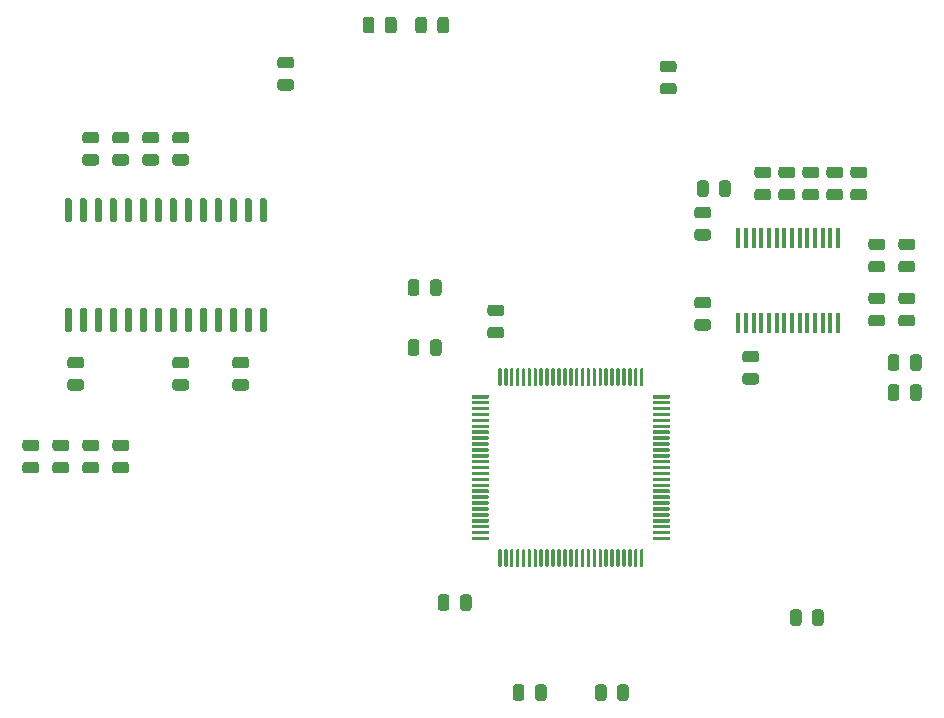
<source format=gbr>
%TF.GenerationSoftware,KiCad,Pcbnew,(5.1.6)-1*%
%TF.CreationDate,2021-07-30T14:46:14+05:30*%
%TF.ProjectId,StockPile_Final,53746f63-6b50-4696-9c65-5f46696e616c,rev?*%
%TF.SameCoordinates,Original*%
%TF.FileFunction,Paste,Top*%
%TF.FilePolarity,Positive*%
%FSLAX46Y46*%
G04 Gerber Fmt 4.6, Leading zero omitted, Abs format (unit mm)*
G04 Created by KiCad (PCBNEW (5.1.6)-1) date 2021-07-30 14:46:14*
%MOMM*%
%LPD*%
G01*
G04 APERTURE LIST*
%ADD10R,0.450000X1.750000*%
G04 APERTURE END LIST*
%TO.C,U1*%
G36*
G01*
X148790000Y-83170000D02*
X148790000Y-81845000D01*
G75*
G02*
X148865000Y-81770000I75000J0D01*
G01*
X149015000Y-81770000D01*
G75*
G02*
X149090000Y-81845000I0J-75000D01*
G01*
X149090000Y-83170000D01*
G75*
G02*
X149015000Y-83245000I-75000J0D01*
G01*
X148865000Y-83245000D01*
G75*
G02*
X148790000Y-83170000I0J75000D01*
G01*
G37*
G36*
G01*
X149290000Y-83170000D02*
X149290000Y-81845000D01*
G75*
G02*
X149365000Y-81770000I75000J0D01*
G01*
X149515000Y-81770000D01*
G75*
G02*
X149590000Y-81845000I0J-75000D01*
G01*
X149590000Y-83170000D01*
G75*
G02*
X149515000Y-83245000I-75000J0D01*
G01*
X149365000Y-83245000D01*
G75*
G02*
X149290000Y-83170000I0J75000D01*
G01*
G37*
G36*
G01*
X149790000Y-83170000D02*
X149790000Y-81845000D01*
G75*
G02*
X149865000Y-81770000I75000J0D01*
G01*
X150015000Y-81770000D01*
G75*
G02*
X150090000Y-81845000I0J-75000D01*
G01*
X150090000Y-83170000D01*
G75*
G02*
X150015000Y-83245000I-75000J0D01*
G01*
X149865000Y-83245000D01*
G75*
G02*
X149790000Y-83170000I0J75000D01*
G01*
G37*
G36*
G01*
X150290000Y-83170000D02*
X150290000Y-81845000D01*
G75*
G02*
X150365000Y-81770000I75000J0D01*
G01*
X150515000Y-81770000D01*
G75*
G02*
X150590000Y-81845000I0J-75000D01*
G01*
X150590000Y-83170000D01*
G75*
G02*
X150515000Y-83245000I-75000J0D01*
G01*
X150365000Y-83245000D01*
G75*
G02*
X150290000Y-83170000I0J75000D01*
G01*
G37*
G36*
G01*
X150790000Y-83170000D02*
X150790000Y-81845000D01*
G75*
G02*
X150865000Y-81770000I75000J0D01*
G01*
X151015000Y-81770000D01*
G75*
G02*
X151090000Y-81845000I0J-75000D01*
G01*
X151090000Y-83170000D01*
G75*
G02*
X151015000Y-83245000I-75000J0D01*
G01*
X150865000Y-83245000D01*
G75*
G02*
X150790000Y-83170000I0J75000D01*
G01*
G37*
G36*
G01*
X151290000Y-83170000D02*
X151290000Y-81845000D01*
G75*
G02*
X151365000Y-81770000I75000J0D01*
G01*
X151515000Y-81770000D01*
G75*
G02*
X151590000Y-81845000I0J-75000D01*
G01*
X151590000Y-83170000D01*
G75*
G02*
X151515000Y-83245000I-75000J0D01*
G01*
X151365000Y-83245000D01*
G75*
G02*
X151290000Y-83170000I0J75000D01*
G01*
G37*
G36*
G01*
X151790000Y-83170000D02*
X151790000Y-81845000D01*
G75*
G02*
X151865000Y-81770000I75000J0D01*
G01*
X152015000Y-81770000D01*
G75*
G02*
X152090000Y-81845000I0J-75000D01*
G01*
X152090000Y-83170000D01*
G75*
G02*
X152015000Y-83245000I-75000J0D01*
G01*
X151865000Y-83245000D01*
G75*
G02*
X151790000Y-83170000I0J75000D01*
G01*
G37*
G36*
G01*
X152290000Y-83170000D02*
X152290000Y-81845000D01*
G75*
G02*
X152365000Y-81770000I75000J0D01*
G01*
X152515000Y-81770000D01*
G75*
G02*
X152590000Y-81845000I0J-75000D01*
G01*
X152590000Y-83170000D01*
G75*
G02*
X152515000Y-83245000I-75000J0D01*
G01*
X152365000Y-83245000D01*
G75*
G02*
X152290000Y-83170000I0J75000D01*
G01*
G37*
G36*
G01*
X152790000Y-83170000D02*
X152790000Y-81845000D01*
G75*
G02*
X152865000Y-81770000I75000J0D01*
G01*
X153015000Y-81770000D01*
G75*
G02*
X153090000Y-81845000I0J-75000D01*
G01*
X153090000Y-83170000D01*
G75*
G02*
X153015000Y-83245000I-75000J0D01*
G01*
X152865000Y-83245000D01*
G75*
G02*
X152790000Y-83170000I0J75000D01*
G01*
G37*
G36*
G01*
X153290000Y-83170000D02*
X153290000Y-81845000D01*
G75*
G02*
X153365000Y-81770000I75000J0D01*
G01*
X153515000Y-81770000D01*
G75*
G02*
X153590000Y-81845000I0J-75000D01*
G01*
X153590000Y-83170000D01*
G75*
G02*
X153515000Y-83245000I-75000J0D01*
G01*
X153365000Y-83245000D01*
G75*
G02*
X153290000Y-83170000I0J75000D01*
G01*
G37*
G36*
G01*
X153790000Y-83170000D02*
X153790000Y-81845000D01*
G75*
G02*
X153865000Y-81770000I75000J0D01*
G01*
X154015000Y-81770000D01*
G75*
G02*
X154090000Y-81845000I0J-75000D01*
G01*
X154090000Y-83170000D01*
G75*
G02*
X154015000Y-83245000I-75000J0D01*
G01*
X153865000Y-83245000D01*
G75*
G02*
X153790000Y-83170000I0J75000D01*
G01*
G37*
G36*
G01*
X154290000Y-83170000D02*
X154290000Y-81845000D01*
G75*
G02*
X154365000Y-81770000I75000J0D01*
G01*
X154515000Y-81770000D01*
G75*
G02*
X154590000Y-81845000I0J-75000D01*
G01*
X154590000Y-83170000D01*
G75*
G02*
X154515000Y-83245000I-75000J0D01*
G01*
X154365000Y-83245000D01*
G75*
G02*
X154290000Y-83170000I0J75000D01*
G01*
G37*
G36*
G01*
X154790000Y-83170000D02*
X154790000Y-81845000D01*
G75*
G02*
X154865000Y-81770000I75000J0D01*
G01*
X155015000Y-81770000D01*
G75*
G02*
X155090000Y-81845000I0J-75000D01*
G01*
X155090000Y-83170000D01*
G75*
G02*
X155015000Y-83245000I-75000J0D01*
G01*
X154865000Y-83245000D01*
G75*
G02*
X154790000Y-83170000I0J75000D01*
G01*
G37*
G36*
G01*
X155290000Y-83170000D02*
X155290000Y-81845000D01*
G75*
G02*
X155365000Y-81770000I75000J0D01*
G01*
X155515000Y-81770000D01*
G75*
G02*
X155590000Y-81845000I0J-75000D01*
G01*
X155590000Y-83170000D01*
G75*
G02*
X155515000Y-83245000I-75000J0D01*
G01*
X155365000Y-83245000D01*
G75*
G02*
X155290000Y-83170000I0J75000D01*
G01*
G37*
G36*
G01*
X155790000Y-83170000D02*
X155790000Y-81845000D01*
G75*
G02*
X155865000Y-81770000I75000J0D01*
G01*
X156015000Y-81770000D01*
G75*
G02*
X156090000Y-81845000I0J-75000D01*
G01*
X156090000Y-83170000D01*
G75*
G02*
X156015000Y-83245000I-75000J0D01*
G01*
X155865000Y-83245000D01*
G75*
G02*
X155790000Y-83170000I0J75000D01*
G01*
G37*
G36*
G01*
X156290000Y-83170000D02*
X156290000Y-81845000D01*
G75*
G02*
X156365000Y-81770000I75000J0D01*
G01*
X156515000Y-81770000D01*
G75*
G02*
X156590000Y-81845000I0J-75000D01*
G01*
X156590000Y-83170000D01*
G75*
G02*
X156515000Y-83245000I-75000J0D01*
G01*
X156365000Y-83245000D01*
G75*
G02*
X156290000Y-83170000I0J75000D01*
G01*
G37*
G36*
G01*
X156790000Y-83170000D02*
X156790000Y-81845000D01*
G75*
G02*
X156865000Y-81770000I75000J0D01*
G01*
X157015000Y-81770000D01*
G75*
G02*
X157090000Y-81845000I0J-75000D01*
G01*
X157090000Y-83170000D01*
G75*
G02*
X157015000Y-83245000I-75000J0D01*
G01*
X156865000Y-83245000D01*
G75*
G02*
X156790000Y-83170000I0J75000D01*
G01*
G37*
G36*
G01*
X157290000Y-83170000D02*
X157290000Y-81845000D01*
G75*
G02*
X157365000Y-81770000I75000J0D01*
G01*
X157515000Y-81770000D01*
G75*
G02*
X157590000Y-81845000I0J-75000D01*
G01*
X157590000Y-83170000D01*
G75*
G02*
X157515000Y-83245000I-75000J0D01*
G01*
X157365000Y-83245000D01*
G75*
G02*
X157290000Y-83170000I0J75000D01*
G01*
G37*
G36*
G01*
X157790000Y-83170000D02*
X157790000Y-81845000D01*
G75*
G02*
X157865000Y-81770000I75000J0D01*
G01*
X158015000Y-81770000D01*
G75*
G02*
X158090000Y-81845000I0J-75000D01*
G01*
X158090000Y-83170000D01*
G75*
G02*
X158015000Y-83245000I-75000J0D01*
G01*
X157865000Y-83245000D01*
G75*
G02*
X157790000Y-83170000I0J75000D01*
G01*
G37*
G36*
G01*
X158290000Y-83170000D02*
X158290000Y-81845000D01*
G75*
G02*
X158365000Y-81770000I75000J0D01*
G01*
X158515000Y-81770000D01*
G75*
G02*
X158590000Y-81845000I0J-75000D01*
G01*
X158590000Y-83170000D01*
G75*
G02*
X158515000Y-83245000I-75000J0D01*
G01*
X158365000Y-83245000D01*
G75*
G02*
X158290000Y-83170000I0J75000D01*
G01*
G37*
G36*
G01*
X158790000Y-83170000D02*
X158790000Y-81845000D01*
G75*
G02*
X158865000Y-81770000I75000J0D01*
G01*
X159015000Y-81770000D01*
G75*
G02*
X159090000Y-81845000I0J-75000D01*
G01*
X159090000Y-83170000D01*
G75*
G02*
X159015000Y-83245000I-75000J0D01*
G01*
X158865000Y-83245000D01*
G75*
G02*
X158790000Y-83170000I0J75000D01*
G01*
G37*
G36*
G01*
X159290000Y-83170000D02*
X159290000Y-81845000D01*
G75*
G02*
X159365000Y-81770000I75000J0D01*
G01*
X159515000Y-81770000D01*
G75*
G02*
X159590000Y-81845000I0J-75000D01*
G01*
X159590000Y-83170000D01*
G75*
G02*
X159515000Y-83245000I-75000J0D01*
G01*
X159365000Y-83245000D01*
G75*
G02*
X159290000Y-83170000I0J75000D01*
G01*
G37*
G36*
G01*
X159790000Y-83170000D02*
X159790000Y-81845000D01*
G75*
G02*
X159865000Y-81770000I75000J0D01*
G01*
X160015000Y-81770000D01*
G75*
G02*
X160090000Y-81845000I0J-75000D01*
G01*
X160090000Y-83170000D01*
G75*
G02*
X160015000Y-83245000I-75000J0D01*
G01*
X159865000Y-83245000D01*
G75*
G02*
X159790000Y-83170000I0J75000D01*
G01*
G37*
G36*
G01*
X160290000Y-83170000D02*
X160290000Y-81845000D01*
G75*
G02*
X160365000Y-81770000I75000J0D01*
G01*
X160515000Y-81770000D01*
G75*
G02*
X160590000Y-81845000I0J-75000D01*
G01*
X160590000Y-83170000D01*
G75*
G02*
X160515000Y-83245000I-75000J0D01*
G01*
X160365000Y-83245000D01*
G75*
G02*
X160290000Y-83170000I0J75000D01*
G01*
G37*
G36*
G01*
X160790000Y-83170000D02*
X160790000Y-81845000D01*
G75*
G02*
X160865000Y-81770000I75000J0D01*
G01*
X161015000Y-81770000D01*
G75*
G02*
X161090000Y-81845000I0J-75000D01*
G01*
X161090000Y-83170000D01*
G75*
G02*
X161015000Y-83245000I-75000J0D01*
G01*
X160865000Y-83245000D01*
G75*
G02*
X160790000Y-83170000I0J75000D01*
G01*
G37*
G36*
G01*
X161865000Y-84245000D02*
X161865000Y-84095000D01*
G75*
G02*
X161940000Y-84020000I75000J0D01*
G01*
X163265000Y-84020000D01*
G75*
G02*
X163340000Y-84095000I0J-75000D01*
G01*
X163340000Y-84245000D01*
G75*
G02*
X163265000Y-84320000I-75000J0D01*
G01*
X161940000Y-84320000D01*
G75*
G02*
X161865000Y-84245000I0J75000D01*
G01*
G37*
G36*
G01*
X161865000Y-84745000D02*
X161865000Y-84595000D01*
G75*
G02*
X161940000Y-84520000I75000J0D01*
G01*
X163265000Y-84520000D01*
G75*
G02*
X163340000Y-84595000I0J-75000D01*
G01*
X163340000Y-84745000D01*
G75*
G02*
X163265000Y-84820000I-75000J0D01*
G01*
X161940000Y-84820000D01*
G75*
G02*
X161865000Y-84745000I0J75000D01*
G01*
G37*
G36*
G01*
X161865000Y-85245000D02*
X161865000Y-85095000D01*
G75*
G02*
X161940000Y-85020000I75000J0D01*
G01*
X163265000Y-85020000D01*
G75*
G02*
X163340000Y-85095000I0J-75000D01*
G01*
X163340000Y-85245000D01*
G75*
G02*
X163265000Y-85320000I-75000J0D01*
G01*
X161940000Y-85320000D01*
G75*
G02*
X161865000Y-85245000I0J75000D01*
G01*
G37*
G36*
G01*
X161865000Y-85745000D02*
X161865000Y-85595000D01*
G75*
G02*
X161940000Y-85520000I75000J0D01*
G01*
X163265000Y-85520000D01*
G75*
G02*
X163340000Y-85595000I0J-75000D01*
G01*
X163340000Y-85745000D01*
G75*
G02*
X163265000Y-85820000I-75000J0D01*
G01*
X161940000Y-85820000D01*
G75*
G02*
X161865000Y-85745000I0J75000D01*
G01*
G37*
G36*
G01*
X161865000Y-86245000D02*
X161865000Y-86095000D01*
G75*
G02*
X161940000Y-86020000I75000J0D01*
G01*
X163265000Y-86020000D01*
G75*
G02*
X163340000Y-86095000I0J-75000D01*
G01*
X163340000Y-86245000D01*
G75*
G02*
X163265000Y-86320000I-75000J0D01*
G01*
X161940000Y-86320000D01*
G75*
G02*
X161865000Y-86245000I0J75000D01*
G01*
G37*
G36*
G01*
X161865000Y-86745000D02*
X161865000Y-86595000D01*
G75*
G02*
X161940000Y-86520000I75000J0D01*
G01*
X163265000Y-86520000D01*
G75*
G02*
X163340000Y-86595000I0J-75000D01*
G01*
X163340000Y-86745000D01*
G75*
G02*
X163265000Y-86820000I-75000J0D01*
G01*
X161940000Y-86820000D01*
G75*
G02*
X161865000Y-86745000I0J75000D01*
G01*
G37*
G36*
G01*
X161865000Y-87245000D02*
X161865000Y-87095000D01*
G75*
G02*
X161940000Y-87020000I75000J0D01*
G01*
X163265000Y-87020000D01*
G75*
G02*
X163340000Y-87095000I0J-75000D01*
G01*
X163340000Y-87245000D01*
G75*
G02*
X163265000Y-87320000I-75000J0D01*
G01*
X161940000Y-87320000D01*
G75*
G02*
X161865000Y-87245000I0J75000D01*
G01*
G37*
G36*
G01*
X161865000Y-87745000D02*
X161865000Y-87595000D01*
G75*
G02*
X161940000Y-87520000I75000J0D01*
G01*
X163265000Y-87520000D01*
G75*
G02*
X163340000Y-87595000I0J-75000D01*
G01*
X163340000Y-87745000D01*
G75*
G02*
X163265000Y-87820000I-75000J0D01*
G01*
X161940000Y-87820000D01*
G75*
G02*
X161865000Y-87745000I0J75000D01*
G01*
G37*
G36*
G01*
X161865000Y-88245000D02*
X161865000Y-88095000D01*
G75*
G02*
X161940000Y-88020000I75000J0D01*
G01*
X163265000Y-88020000D01*
G75*
G02*
X163340000Y-88095000I0J-75000D01*
G01*
X163340000Y-88245000D01*
G75*
G02*
X163265000Y-88320000I-75000J0D01*
G01*
X161940000Y-88320000D01*
G75*
G02*
X161865000Y-88245000I0J75000D01*
G01*
G37*
G36*
G01*
X161865000Y-88745000D02*
X161865000Y-88595000D01*
G75*
G02*
X161940000Y-88520000I75000J0D01*
G01*
X163265000Y-88520000D01*
G75*
G02*
X163340000Y-88595000I0J-75000D01*
G01*
X163340000Y-88745000D01*
G75*
G02*
X163265000Y-88820000I-75000J0D01*
G01*
X161940000Y-88820000D01*
G75*
G02*
X161865000Y-88745000I0J75000D01*
G01*
G37*
G36*
G01*
X161865000Y-89245000D02*
X161865000Y-89095000D01*
G75*
G02*
X161940000Y-89020000I75000J0D01*
G01*
X163265000Y-89020000D01*
G75*
G02*
X163340000Y-89095000I0J-75000D01*
G01*
X163340000Y-89245000D01*
G75*
G02*
X163265000Y-89320000I-75000J0D01*
G01*
X161940000Y-89320000D01*
G75*
G02*
X161865000Y-89245000I0J75000D01*
G01*
G37*
G36*
G01*
X161865000Y-89745000D02*
X161865000Y-89595000D01*
G75*
G02*
X161940000Y-89520000I75000J0D01*
G01*
X163265000Y-89520000D01*
G75*
G02*
X163340000Y-89595000I0J-75000D01*
G01*
X163340000Y-89745000D01*
G75*
G02*
X163265000Y-89820000I-75000J0D01*
G01*
X161940000Y-89820000D01*
G75*
G02*
X161865000Y-89745000I0J75000D01*
G01*
G37*
G36*
G01*
X161865000Y-90245000D02*
X161865000Y-90095000D01*
G75*
G02*
X161940000Y-90020000I75000J0D01*
G01*
X163265000Y-90020000D01*
G75*
G02*
X163340000Y-90095000I0J-75000D01*
G01*
X163340000Y-90245000D01*
G75*
G02*
X163265000Y-90320000I-75000J0D01*
G01*
X161940000Y-90320000D01*
G75*
G02*
X161865000Y-90245000I0J75000D01*
G01*
G37*
G36*
G01*
X161865000Y-90745000D02*
X161865000Y-90595000D01*
G75*
G02*
X161940000Y-90520000I75000J0D01*
G01*
X163265000Y-90520000D01*
G75*
G02*
X163340000Y-90595000I0J-75000D01*
G01*
X163340000Y-90745000D01*
G75*
G02*
X163265000Y-90820000I-75000J0D01*
G01*
X161940000Y-90820000D01*
G75*
G02*
X161865000Y-90745000I0J75000D01*
G01*
G37*
G36*
G01*
X161865000Y-91245000D02*
X161865000Y-91095000D01*
G75*
G02*
X161940000Y-91020000I75000J0D01*
G01*
X163265000Y-91020000D01*
G75*
G02*
X163340000Y-91095000I0J-75000D01*
G01*
X163340000Y-91245000D01*
G75*
G02*
X163265000Y-91320000I-75000J0D01*
G01*
X161940000Y-91320000D01*
G75*
G02*
X161865000Y-91245000I0J75000D01*
G01*
G37*
G36*
G01*
X161865000Y-91745000D02*
X161865000Y-91595000D01*
G75*
G02*
X161940000Y-91520000I75000J0D01*
G01*
X163265000Y-91520000D01*
G75*
G02*
X163340000Y-91595000I0J-75000D01*
G01*
X163340000Y-91745000D01*
G75*
G02*
X163265000Y-91820000I-75000J0D01*
G01*
X161940000Y-91820000D01*
G75*
G02*
X161865000Y-91745000I0J75000D01*
G01*
G37*
G36*
G01*
X161865000Y-92245000D02*
X161865000Y-92095000D01*
G75*
G02*
X161940000Y-92020000I75000J0D01*
G01*
X163265000Y-92020000D01*
G75*
G02*
X163340000Y-92095000I0J-75000D01*
G01*
X163340000Y-92245000D01*
G75*
G02*
X163265000Y-92320000I-75000J0D01*
G01*
X161940000Y-92320000D01*
G75*
G02*
X161865000Y-92245000I0J75000D01*
G01*
G37*
G36*
G01*
X161865000Y-92745000D02*
X161865000Y-92595000D01*
G75*
G02*
X161940000Y-92520000I75000J0D01*
G01*
X163265000Y-92520000D01*
G75*
G02*
X163340000Y-92595000I0J-75000D01*
G01*
X163340000Y-92745000D01*
G75*
G02*
X163265000Y-92820000I-75000J0D01*
G01*
X161940000Y-92820000D01*
G75*
G02*
X161865000Y-92745000I0J75000D01*
G01*
G37*
G36*
G01*
X161865000Y-93245000D02*
X161865000Y-93095000D01*
G75*
G02*
X161940000Y-93020000I75000J0D01*
G01*
X163265000Y-93020000D01*
G75*
G02*
X163340000Y-93095000I0J-75000D01*
G01*
X163340000Y-93245000D01*
G75*
G02*
X163265000Y-93320000I-75000J0D01*
G01*
X161940000Y-93320000D01*
G75*
G02*
X161865000Y-93245000I0J75000D01*
G01*
G37*
G36*
G01*
X161865000Y-93745000D02*
X161865000Y-93595000D01*
G75*
G02*
X161940000Y-93520000I75000J0D01*
G01*
X163265000Y-93520000D01*
G75*
G02*
X163340000Y-93595000I0J-75000D01*
G01*
X163340000Y-93745000D01*
G75*
G02*
X163265000Y-93820000I-75000J0D01*
G01*
X161940000Y-93820000D01*
G75*
G02*
X161865000Y-93745000I0J75000D01*
G01*
G37*
G36*
G01*
X161865000Y-94245000D02*
X161865000Y-94095000D01*
G75*
G02*
X161940000Y-94020000I75000J0D01*
G01*
X163265000Y-94020000D01*
G75*
G02*
X163340000Y-94095000I0J-75000D01*
G01*
X163340000Y-94245000D01*
G75*
G02*
X163265000Y-94320000I-75000J0D01*
G01*
X161940000Y-94320000D01*
G75*
G02*
X161865000Y-94245000I0J75000D01*
G01*
G37*
G36*
G01*
X161865000Y-94745000D02*
X161865000Y-94595000D01*
G75*
G02*
X161940000Y-94520000I75000J0D01*
G01*
X163265000Y-94520000D01*
G75*
G02*
X163340000Y-94595000I0J-75000D01*
G01*
X163340000Y-94745000D01*
G75*
G02*
X163265000Y-94820000I-75000J0D01*
G01*
X161940000Y-94820000D01*
G75*
G02*
X161865000Y-94745000I0J75000D01*
G01*
G37*
G36*
G01*
X161865000Y-95245000D02*
X161865000Y-95095000D01*
G75*
G02*
X161940000Y-95020000I75000J0D01*
G01*
X163265000Y-95020000D01*
G75*
G02*
X163340000Y-95095000I0J-75000D01*
G01*
X163340000Y-95245000D01*
G75*
G02*
X163265000Y-95320000I-75000J0D01*
G01*
X161940000Y-95320000D01*
G75*
G02*
X161865000Y-95245000I0J75000D01*
G01*
G37*
G36*
G01*
X161865000Y-95745000D02*
X161865000Y-95595000D01*
G75*
G02*
X161940000Y-95520000I75000J0D01*
G01*
X163265000Y-95520000D01*
G75*
G02*
X163340000Y-95595000I0J-75000D01*
G01*
X163340000Y-95745000D01*
G75*
G02*
X163265000Y-95820000I-75000J0D01*
G01*
X161940000Y-95820000D01*
G75*
G02*
X161865000Y-95745000I0J75000D01*
G01*
G37*
G36*
G01*
X161865000Y-96245000D02*
X161865000Y-96095000D01*
G75*
G02*
X161940000Y-96020000I75000J0D01*
G01*
X163265000Y-96020000D01*
G75*
G02*
X163340000Y-96095000I0J-75000D01*
G01*
X163340000Y-96245000D01*
G75*
G02*
X163265000Y-96320000I-75000J0D01*
G01*
X161940000Y-96320000D01*
G75*
G02*
X161865000Y-96245000I0J75000D01*
G01*
G37*
G36*
G01*
X160790000Y-98495000D02*
X160790000Y-97170000D01*
G75*
G02*
X160865000Y-97095000I75000J0D01*
G01*
X161015000Y-97095000D01*
G75*
G02*
X161090000Y-97170000I0J-75000D01*
G01*
X161090000Y-98495000D01*
G75*
G02*
X161015000Y-98570000I-75000J0D01*
G01*
X160865000Y-98570000D01*
G75*
G02*
X160790000Y-98495000I0J75000D01*
G01*
G37*
G36*
G01*
X160290000Y-98495000D02*
X160290000Y-97170000D01*
G75*
G02*
X160365000Y-97095000I75000J0D01*
G01*
X160515000Y-97095000D01*
G75*
G02*
X160590000Y-97170000I0J-75000D01*
G01*
X160590000Y-98495000D01*
G75*
G02*
X160515000Y-98570000I-75000J0D01*
G01*
X160365000Y-98570000D01*
G75*
G02*
X160290000Y-98495000I0J75000D01*
G01*
G37*
G36*
G01*
X159790000Y-98495000D02*
X159790000Y-97170000D01*
G75*
G02*
X159865000Y-97095000I75000J0D01*
G01*
X160015000Y-97095000D01*
G75*
G02*
X160090000Y-97170000I0J-75000D01*
G01*
X160090000Y-98495000D01*
G75*
G02*
X160015000Y-98570000I-75000J0D01*
G01*
X159865000Y-98570000D01*
G75*
G02*
X159790000Y-98495000I0J75000D01*
G01*
G37*
G36*
G01*
X159290000Y-98495000D02*
X159290000Y-97170000D01*
G75*
G02*
X159365000Y-97095000I75000J0D01*
G01*
X159515000Y-97095000D01*
G75*
G02*
X159590000Y-97170000I0J-75000D01*
G01*
X159590000Y-98495000D01*
G75*
G02*
X159515000Y-98570000I-75000J0D01*
G01*
X159365000Y-98570000D01*
G75*
G02*
X159290000Y-98495000I0J75000D01*
G01*
G37*
G36*
G01*
X158790000Y-98495000D02*
X158790000Y-97170000D01*
G75*
G02*
X158865000Y-97095000I75000J0D01*
G01*
X159015000Y-97095000D01*
G75*
G02*
X159090000Y-97170000I0J-75000D01*
G01*
X159090000Y-98495000D01*
G75*
G02*
X159015000Y-98570000I-75000J0D01*
G01*
X158865000Y-98570000D01*
G75*
G02*
X158790000Y-98495000I0J75000D01*
G01*
G37*
G36*
G01*
X158290000Y-98495000D02*
X158290000Y-97170000D01*
G75*
G02*
X158365000Y-97095000I75000J0D01*
G01*
X158515000Y-97095000D01*
G75*
G02*
X158590000Y-97170000I0J-75000D01*
G01*
X158590000Y-98495000D01*
G75*
G02*
X158515000Y-98570000I-75000J0D01*
G01*
X158365000Y-98570000D01*
G75*
G02*
X158290000Y-98495000I0J75000D01*
G01*
G37*
G36*
G01*
X157790000Y-98495000D02*
X157790000Y-97170000D01*
G75*
G02*
X157865000Y-97095000I75000J0D01*
G01*
X158015000Y-97095000D01*
G75*
G02*
X158090000Y-97170000I0J-75000D01*
G01*
X158090000Y-98495000D01*
G75*
G02*
X158015000Y-98570000I-75000J0D01*
G01*
X157865000Y-98570000D01*
G75*
G02*
X157790000Y-98495000I0J75000D01*
G01*
G37*
G36*
G01*
X157290000Y-98495000D02*
X157290000Y-97170000D01*
G75*
G02*
X157365000Y-97095000I75000J0D01*
G01*
X157515000Y-97095000D01*
G75*
G02*
X157590000Y-97170000I0J-75000D01*
G01*
X157590000Y-98495000D01*
G75*
G02*
X157515000Y-98570000I-75000J0D01*
G01*
X157365000Y-98570000D01*
G75*
G02*
X157290000Y-98495000I0J75000D01*
G01*
G37*
G36*
G01*
X156790000Y-98495000D02*
X156790000Y-97170000D01*
G75*
G02*
X156865000Y-97095000I75000J0D01*
G01*
X157015000Y-97095000D01*
G75*
G02*
X157090000Y-97170000I0J-75000D01*
G01*
X157090000Y-98495000D01*
G75*
G02*
X157015000Y-98570000I-75000J0D01*
G01*
X156865000Y-98570000D01*
G75*
G02*
X156790000Y-98495000I0J75000D01*
G01*
G37*
G36*
G01*
X156290000Y-98495000D02*
X156290000Y-97170000D01*
G75*
G02*
X156365000Y-97095000I75000J0D01*
G01*
X156515000Y-97095000D01*
G75*
G02*
X156590000Y-97170000I0J-75000D01*
G01*
X156590000Y-98495000D01*
G75*
G02*
X156515000Y-98570000I-75000J0D01*
G01*
X156365000Y-98570000D01*
G75*
G02*
X156290000Y-98495000I0J75000D01*
G01*
G37*
G36*
G01*
X155790000Y-98495000D02*
X155790000Y-97170000D01*
G75*
G02*
X155865000Y-97095000I75000J0D01*
G01*
X156015000Y-97095000D01*
G75*
G02*
X156090000Y-97170000I0J-75000D01*
G01*
X156090000Y-98495000D01*
G75*
G02*
X156015000Y-98570000I-75000J0D01*
G01*
X155865000Y-98570000D01*
G75*
G02*
X155790000Y-98495000I0J75000D01*
G01*
G37*
G36*
G01*
X155290000Y-98495000D02*
X155290000Y-97170000D01*
G75*
G02*
X155365000Y-97095000I75000J0D01*
G01*
X155515000Y-97095000D01*
G75*
G02*
X155590000Y-97170000I0J-75000D01*
G01*
X155590000Y-98495000D01*
G75*
G02*
X155515000Y-98570000I-75000J0D01*
G01*
X155365000Y-98570000D01*
G75*
G02*
X155290000Y-98495000I0J75000D01*
G01*
G37*
G36*
G01*
X154790000Y-98495000D02*
X154790000Y-97170000D01*
G75*
G02*
X154865000Y-97095000I75000J0D01*
G01*
X155015000Y-97095000D01*
G75*
G02*
X155090000Y-97170000I0J-75000D01*
G01*
X155090000Y-98495000D01*
G75*
G02*
X155015000Y-98570000I-75000J0D01*
G01*
X154865000Y-98570000D01*
G75*
G02*
X154790000Y-98495000I0J75000D01*
G01*
G37*
G36*
G01*
X154290000Y-98495000D02*
X154290000Y-97170000D01*
G75*
G02*
X154365000Y-97095000I75000J0D01*
G01*
X154515000Y-97095000D01*
G75*
G02*
X154590000Y-97170000I0J-75000D01*
G01*
X154590000Y-98495000D01*
G75*
G02*
X154515000Y-98570000I-75000J0D01*
G01*
X154365000Y-98570000D01*
G75*
G02*
X154290000Y-98495000I0J75000D01*
G01*
G37*
G36*
G01*
X153790000Y-98495000D02*
X153790000Y-97170000D01*
G75*
G02*
X153865000Y-97095000I75000J0D01*
G01*
X154015000Y-97095000D01*
G75*
G02*
X154090000Y-97170000I0J-75000D01*
G01*
X154090000Y-98495000D01*
G75*
G02*
X154015000Y-98570000I-75000J0D01*
G01*
X153865000Y-98570000D01*
G75*
G02*
X153790000Y-98495000I0J75000D01*
G01*
G37*
G36*
G01*
X153290000Y-98495000D02*
X153290000Y-97170000D01*
G75*
G02*
X153365000Y-97095000I75000J0D01*
G01*
X153515000Y-97095000D01*
G75*
G02*
X153590000Y-97170000I0J-75000D01*
G01*
X153590000Y-98495000D01*
G75*
G02*
X153515000Y-98570000I-75000J0D01*
G01*
X153365000Y-98570000D01*
G75*
G02*
X153290000Y-98495000I0J75000D01*
G01*
G37*
G36*
G01*
X152790000Y-98495000D02*
X152790000Y-97170000D01*
G75*
G02*
X152865000Y-97095000I75000J0D01*
G01*
X153015000Y-97095000D01*
G75*
G02*
X153090000Y-97170000I0J-75000D01*
G01*
X153090000Y-98495000D01*
G75*
G02*
X153015000Y-98570000I-75000J0D01*
G01*
X152865000Y-98570000D01*
G75*
G02*
X152790000Y-98495000I0J75000D01*
G01*
G37*
G36*
G01*
X152290000Y-98495000D02*
X152290000Y-97170000D01*
G75*
G02*
X152365000Y-97095000I75000J0D01*
G01*
X152515000Y-97095000D01*
G75*
G02*
X152590000Y-97170000I0J-75000D01*
G01*
X152590000Y-98495000D01*
G75*
G02*
X152515000Y-98570000I-75000J0D01*
G01*
X152365000Y-98570000D01*
G75*
G02*
X152290000Y-98495000I0J75000D01*
G01*
G37*
G36*
G01*
X151790000Y-98495000D02*
X151790000Y-97170000D01*
G75*
G02*
X151865000Y-97095000I75000J0D01*
G01*
X152015000Y-97095000D01*
G75*
G02*
X152090000Y-97170000I0J-75000D01*
G01*
X152090000Y-98495000D01*
G75*
G02*
X152015000Y-98570000I-75000J0D01*
G01*
X151865000Y-98570000D01*
G75*
G02*
X151790000Y-98495000I0J75000D01*
G01*
G37*
G36*
G01*
X151290000Y-98495000D02*
X151290000Y-97170000D01*
G75*
G02*
X151365000Y-97095000I75000J0D01*
G01*
X151515000Y-97095000D01*
G75*
G02*
X151590000Y-97170000I0J-75000D01*
G01*
X151590000Y-98495000D01*
G75*
G02*
X151515000Y-98570000I-75000J0D01*
G01*
X151365000Y-98570000D01*
G75*
G02*
X151290000Y-98495000I0J75000D01*
G01*
G37*
G36*
G01*
X150790000Y-98495000D02*
X150790000Y-97170000D01*
G75*
G02*
X150865000Y-97095000I75000J0D01*
G01*
X151015000Y-97095000D01*
G75*
G02*
X151090000Y-97170000I0J-75000D01*
G01*
X151090000Y-98495000D01*
G75*
G02*
X151015000Y-98570000I-75000J0D01*
G01*
X150865000Y-98570000D01*
G75*
G02*
X150790000Y-98495000I0J75000D01*
G01*
G37*
G36*
G01*
X150290000Y-98495000D02*
X150290000Y-97170000D01*
G75*
G02*
X150365000Y-97095000I75000J0D01*
G01*
X150515000Y-97095000D01*
G75*
G02*
X150590000Y-97170000I0J-75000D01*
G01*
X150590000Y-98495000D01*
G75*
G02*
X150515000Y-98570000I-75000J0D01*
G01*
X150365000Y-98570000D01*
G75*
G02*
X150290000Y-98495000I0J75000D01*
G01*
G37*
G36*
G01*
X149790000Y-98495000D02*
X149790000Y-97170000D01*
G75*
G02*
X149865000Y-97095000I75000J0D01*
G01*
X150015000Y-97095000D01*
G75*
G02*
X150090000Y-97170000I0J-75000D01*
G01*
X150090000Y-98495000D01*
G75*
G02*
X150015000Y-98570000I-75000J0D01*
G01*
X149865000Y-98570000D01*
G75*
G02*
X149790000Y-98495000I0J75000D01*
G01*
G37*
G36*
G01*
X149290000Y-98495000D02*
X149290000Y-97170000D01*
G75*
G02*
X149365000Y-97095000I75000J0D01*
G01*
X149515000Y-97095000D01*
G75*
G02*
X149590000Y-97170000I0J-75000D01*
G01*
X149590000Y-98495000D01*
G75*
G02*
X149515000Y-98570000I-75000J0D01*
G01*
X149365000Y-98570000D01*
G75*
G02*
X149290000Y-98495000I0J75000D01*
G01*
G37*
G36*
G01*
X148790000Y-98495000D02*
X148790000Y-97170000D01*
G75*
G02*
X148865000Y-97095000I75000J0D01*
G01*
X149015000Y-97095000D01*
G75*
G02*
X149090000Y-97170000I0J-75000D01*
G01*
X149090000Y-98495000D01*
G75*
G02*
X149015000Y-98570000I-75000J0D01*
G01*
X148865000Y-98570000D01*
G75*
G02*
X148790000Y-98495000I0J75000D01*
G01*
G37*
G36*
G01*
X146540000Y-96245000D02*
X146540000Y-96095000D01*
G75*
G02*
X146615000Y-96020000I75000J0D01*
G01*
X147940000Y-96020000D01*
G75*
G02*
X148015000Y-96095000I0J-75000D01*
G01*
X148015000Y-96245000D01*
G75*
G02*
X147940000Y-96320000I-75000J0D01*
G01*
X146615000Y-96320000D01*
G75*
G02*
X146540000Y-96245000I0J75000D01*
G01*
G37*
G36*
G01*
X146540000Y-95745000D02*
X146540000Y-95595000D01*
G75*
G02*
X146615000Y-95520000I75000J0D01*
G01*
X147940000Y-95520000D01*
G75*
G02*
X148015000Y-95595000I0J-75000D01*
G01*
X148015000Y-95745000D01*
G75*
G02*
X147940000Y-95820000I-75000J0D01*
G01*
X146615000Y-95820000D01*
G75*
G02*
X146540000Y-95745000I0J75000D01*
G01*
G37*
G36*
G01*
X146540000Y-95245000D02*
X146540000Y-95095000D01*
G75*
G02*
X146615000Y-95020000I75000J0D01*
G01*
X147940000Y-95020000D01*
G75*
G02*
X148015000Y-95095000I0J-75000D01*
G01*
X148015000Y-95245000D01*
G75*
G02*
X147940000Y-95320000I-75000J0D01*
G01*
X146615000Y-95320000D01*
G75*
G02*
X146540000Y-95245000I0J75000D01*
G01*
G37*
G36*
G01*
X146540000Y-94745000D02*
X146540000Y-94595000D01*
G75*
G02*
X146615000Y-94520000I75000J0D01*
G01*
X147940000Y-94520000D01*
G75*
G02*
X148015000Y-94595000I0J-75000D01*
G01*
X148015000Y-94745000D01*
G75*
G02*
X147940000Y-94820000I-75000J0D01*
G01*
X146615000Y-94820000D01*
G75*
G02*
X146540000Y-94745000I0J75000D01*
G01*
G37*
G36*
G01*
X146540000Y-94245000D02*
X146540000Y-94095000D01*
G75*
G02*
X146615000Y-94020000I75000J0D01*
G01*
X147940000Y-94020000D01*
G75*
G02*
X148015000Y-94095000I0J-75000D01*
G01*
X148015000Y-94245000D01*
G75*
G02*
X147940000Y-94320000I-75000J0D01*
G01*
X146615000Y-94320000D01*
G75*
G02*
X146540000Y-94245000I0J75000D01*
G01*
G37*
G36*
G01*
X146540000Y-93745000D02*
X146540000Y-93595000D01*
G75*
G02*
X146615000Y-93520000I75000J0D01*
G01*
X147940000Y-93520000D01*
G75*
G02*
X148015000Y-93595000I0J-75000D01*
G01*
X148015000Y-93745000D01*
G75*
G02*
X147940000Y-93820000I-75000J0D01*
G01*
X146615000Y-93820000D01*
G75*
G02*
X146540000Y-93745000I0J75000D01*
G01*
G37*
G36*
G01*
X146540000Y-93245000D02*
X146540000Y-93095000D01*
G75*
G02*
X146615000Y-93020000I75000J0D01*
G01*
X147940000Y-93020000D01*
G75*
G02*
X148015000Y-93095000I0J-75000D01*
G01*
X148015000Y-93245000D01*
G75*
G02*
X147940000Y-93320000I-75000J0D01*
G01*
X146615000Y-93320000D01*
G75*
G02*
X146540000Y-93245000I0J75000D01*
G01*
G37*
G36*
G01*
X146540000Y-92745000D02*
X146540000Y-92595000D01*
G75*
G02*
X146615000Y-92520000I75000J0D01*
G01*
X147940000Y-92520000D01*
G75*
G02*
X148015000Y-92595000I0J-75000D01*
G01*
X148015000Y-92745000D01*
G75*
G02*
X147940000Y-92820000I-75000J0D01*
G01*
X146615000Y-92820000D01*
G75*
G02*
X146540000Y-92745000I0J75000D01*
G01*
G37*
G36*
G01*
X146540000Y-92245000D02*
X146540000Y-92095000D01*
G75*
G02*
X146615000Y-92020000I75000J0D01*
G01*
X147940000Y-92020000D01*
G75*
G02*
X148015000Y-92095000I0J-75000D01*
G01*
X148015000Y-92245000D01*
G75*
G02*
X147940000Y-92320000I-75000J0D01*
G01*
X146615000Y-92320000D01*
G75*
G02*
X146540000Y-92245000I0J75000D01*
G01*
G37*
G36*
G01*
X146540000Y-91745000D02*
X146540000Y-91595000D01*
G75*
G02*
X146615000Y-91520000I75000J0D01*
G01*
X147940000Y-91520000D01*
G75*
G02*
X148015000Y-91595000I0J-75000D01*
G01*
X148015000Y-91745000D01*
G75*
G02*
X147940000Y-91820000I-75000J0D01*
G01*
X146615000Y-91820000D01*
G75*
G02*
X146540000Y-91745000I0J75000D01*
G01*
G37*
G36*
G01*
X146540000Y-91245000D02*
X146540000Y-91095000D01*
G75*
G02*
X146615000Y-91020000I75000J0D01*
G01*
X147940000Y-91020000D01*
G75*
G02*
X148015000Y-91095000I0J-75000D01*
G01*
X148015000Y-91245000D01*
G75*
G02*
X147940000Y-91320000I-75000J0D01*
G01*
X146615000Y-91320000D01*
G75*
G02*
X146540000Y-91245000I0J75000D01*
G01*
G37*
G36*
G01*
X146540000Y-90745000D02*
X146540000Y-90595000D01*
G75*
G02*
X146615000Y-90520000I75000J0D01*
G01*
X147940000Y-90520000D01*
G75*
G02*
X148015000Y-90595000I0J-75000D01*
G01*
X148015000Y-90745000D01*
G75*
G02*
X147940000Y-90820000I-75000J0D01*
G01*
X146615000Y-90820000D01*
G75*
G02*
X146540000Y-90745000I0J75000D01*
G01*
G37*
G36*
G01*
X146540000Y-90245000D02*
X146540000Y-90095000D01*
G75*
G02*
X146615000Y-90020000I75000J0D01*
G01*
X147940000Y-90020000D01*
G75*
G02*
X148015000Y-90095000I0J-75000D01*
G01*
X148015000Y-90245000D01*
G75*
G02*
X147940000Y-90320000I-75000J0D01*
G01*
X146615000Y-90320000D01*
G75*
G02*
X146540000Y-90245000I0J75000D01*
G01*
G37*
G36*
G01*
X146540000Y-89745000D02*
X146540000Y-89595000D01*
G75*
G02*
X146615000Y-89520000I75000J0D01*
G01*
X147940000Y-89520000D01*
G75*
G02*
X148015000Y-89595000I0J-75000D01*
G01*
X148015000Y-89745000D01*
G75*
G02*
X147940000Y-89820000I-75000J0D01*
G01*
X146615000Y-89820000D01*
G75*
G02*
X146540000Y-89745000I0J75000D01*
G01*
G37*
G36*
G01*
X146540000Y-89245000D02*
X146540000Y-89095000D01*
G75*
G02*
X146615000Y-89020000I75000J0D01*
G01*
X147940000Y-89020000D01*
G75*
G02*
X148015000Y-89095000I0J-75000D01*
G01*
X148015000Y-89245000D01*
G75*
G02*
X147940000Y-89320000I-75000J0D01*
G01*
X146615000Y-89320000D01*
G75*
G02*
X146540000Y-89245000I0J75000D01*
G01*
G37*
G36*
G01*
X146540000Y-88745000D02*
X146540000Y-88595000D01*
G75*
G02*
X146615000Y-88520000I75000J0D01*
G01*
X147940000Y-88520000D01*
G75*
G02*
X148015000Y-88595000I0J-75000D01*
G01*
X148015000Y-88745000D01*
G75*
G02*
X147940000Y-88820000I-75000J0D01*
G01*
X146615000Y-88820000D01*
G75*
G02*
X146540000Y-88745000I0J75000D01*
G01*
G37*
G36*
G01*
X146540000Y-88245000D02*
X146540000Y-88095000D01*
G75*
G02*
X146615000Y-88020000I75000J0D01*
G01*
X147940000Y-88020000D01*
G75*
G02*
X148015000Y-88095000I0J-75000D01*
G01*
X148015000Y-88245000D01*
G75*
G02*
X147940000Y-88320000I-75000J0D01*
G01*
X146615000Y-88320000D01*
G75*
G02*
X146540000Y-88245000I0J75000D01*
G01*
G37*
G36*
G01*
X146540000Y-87745000D02*
X146540000Y-87595000D01*
G75*
G02*
X146615000Y-87520000I75000J0D01*
G01*
X147940000Y-87520000D01*
G75*
G02*
X148015000Y-87595000I0J-75000D01*
G01*
X148015000Y-87745000D01*
G75*
G02*
X147940000Y-87820000I-75000J0D01*
G01*
X146615000Y-87820000D01*
G75*
G02*
X146540000Y-87745000I0J75000D01*
G01*
G37*
G36*
G01*
X146540000Y-87245000D02*
X146540000Y-87095000D01*
G75*
G02*
X146615000Y-87020000I75000J0D01*
G01*
X147940000Y-87020000D01*
G75*
G02*
X148015000Y-87095000I0J-75000D01*
G01*
X148015000Y-87245000D01*
G75*
G02*
X147940000Y-87320000I-75000J0D01*
G01*
X146615000Y-87320000D01*
G75*
G02*
X146540000Y-87245000I0J75000D01*
G01*
G37*
G36*
G01*
X146540000Y-86745000D02*
X146540000Y-86595000D01*
G75*
G02*
X146615000Y-86520000I75000J0D01*
G01*
X147940000Y-86520000D01*
G75*
G02*
X148015000Y-86595000I0J-75000D01*
G01*
X148015000Y-86745000D01*
G75*
G02*
X147940000Y-86820000I-75000J0D01*
G01*
X146615000Y-86820000D01*
G75*
G02*
X146540000Y-86745000I0J75000D01*
G01*
G37*
G36*
G01*
X146540000Y-86245000D02*
X146540000Y-86095000D01*
G75*
G02*
X146615000Y-86020000I75000J0D01*
G01*
X147940000Y-86020000D01*
G75*
G02*
X148015000Y-86095000I0J-75000D01*
G01*
X148015000Y-86245000D01*
G75*
G02*
X147940000Y-86320000I-75000J0D01*
G01*
X146615000Y-86320000D01*
G75*
G02*
X146540000Y-86245000I0J75000D01*
G01*
G37*
G36*
G01*
X146540000Y-85745000D02*
X146540000Y-85595000D01*
G75*
G02*
X146615000Y-85520000I75000J0D01*
G01*
X147940000Y-85520000D01*
G75*
G02*
X148015000Y-85595000I0J-75000D01*
G01*
X148015000Y-85745000D01*
G75*
G02*
X147940000Y-85820000I-75000J0D01*
G01*
X146615000Y-85820000D01*
G75*
G02*
X146540000Y-85745000I0J75000D01*
G01*
G37*
G36*
G01*
X146540000Y-85245000D02*
X146540000Y-85095000D01*
G75*
G02*
X146615000Y-85020000I75000J0D01*
G01*
X147940000Y-85020000D01*
G75*
G02*
X148015000Y-85095000I0J-75000D01*
G01*
X148015000Y-85245000D01*
G75*
G02*
X147940000Y-85320000I-75000J0D01*
G01*
X146615000Y-85320000D01*
G75*
G02*
X146540000Y-85245000I0J75000D01*
G01*
G37*
G36*
G01*
X146540000Y-84745000D02*
X146540000Y-84595000D01*
G75*
G02*
X146615000Y-84520000I75000J0D01*
G01*
X147940000Y-84520000D01*
G75*
G02*
X148015000Y-84595000I0J-75000D01*
G01*
X148015000Y-84745000D01*
G75*
G02*
X147940000Y-84820000I-75000J0D01*
G01*
X146615000Y-84820000D01*
G75*
G02*
X146540000Y-84745000I0J75000D01*
G01*
G37*
G36*
G01*
X146540000Y-84245000D02*
X146540000Y-84095000D01*
G75*
G02*
X146615000Y-84020000I75000J0D01*
G01*
X147940000Y-84020000D01*
G75*
G02*
X148015000Y-84095000I0J-75000D01*
G01*
X148015000Y-84245000D01*
G75*
G02*
X147940000Y-84320000I-75000J0D01*
G01*
X146615000Y-84320000D01*
G75*
G02*
X146540000Y-84245000I0J75000D01*
G01*
G37*
%TD*%
%TO.C,R18*%
G36*
G01*
X111303750Y-89682500D02*
X112216250Y-89682500D01*
G75*
G02*
X112460000Y-89926250I0J-243750D01*
G01*
X112460000Y-90413750D01*
G75*
G02*
X112216250Y-90657500I-243750J0D01*
G01*
X111303750Y-90657500D01*
G75*
G02*
X111060000Y-90413750I0J243750D01*
G01*
X111060000Y-89926250D01*
G75*
G02*
X111303750Y-89682500I243750J0D01*
G01*
G37*
G36*
G01*
X111303750Y-87807500D02*
X112216250Y-87807500D01*
G75*
G02*
X112460000Y-88051250I0J-243750D01*
G01*
X112460000Y-88538750D01*
G75*
G02*
X112216250Y-88782500I-243750J0D01*
G01*
X111303750Y-88782500D01*
G75*
G02*
X111060000Y-88538750I0J243750D01*
G01*
X111060000Y-88051250D01*
G75*
G02*
X111303750Y-87807500I243750J0D01*
G01*
G37*
%TD*%
%TO.C,R17*%
G36*
G01*
X114756250Y-88782500D02*
X113843750Y-88782500D01*
G75*
G02*
X113600000Y-88538750I0J243750D01*
G01*
X113600000Y-88051250D01*
G75*
G02*
X113843750Y-87807500I243750J0D01*
G01*
X114756250Y-87807500D01*
G75*
G02*
X115000000Y-88051250I0J-243750D01*
G01*
X115000000Y-88538750D01*
G75*
G02*
X114756250Y-88782500I-243750J0D01*
G01*
G37*
G36*
G01*
X114756250Y-90657500D02*
X113843750Y-90657500D01*
G75*
G02*
X113600000Y-90413750I0J243750D01*
G01*
X113600000Y-89926250D01*
G75*
G02*
X113843750Y-89682500I243750J0D01*
G01*
X114756250Y-89682500D01*
G75*
G02*
X115000000Y-89926250I0J-243750D01*
G01*
X115000000Y-90413750D01*
G75*
G02*
X114756250Y-90657500I-243750J0D01*
G01*
G37*
%TD*%
%TO.C,R16*%
G36*
G01*
X108763750Y-89682500D02*
X109676250Y-89682500D01*
G75*
G02*
X109920000Y-89926250I0J-243750D01*
G01*
X109920000Y-90413750D01*
G75*
G02*
X109676250Y-90657500I-243750J0D01*
G01*
X108763750Y-90657500D01*
G75*
G02*
X108520000Y-90413750I0J243750D01*
G01*
X108520000Y-89926250D01*
G75*
G02*
X108763750Y-89682500I243750J0D01*
G01*
G37*
G36*
G01*
X108763750Y-87807500D02*
X109676250Y-87807500D01*
G75*
G02*
X109920000Y-88051250I0J-243750D01*
G01*
X109920000Y-88538750D01*
G75*
G02*
X109676250Y-88782500I-243750J0D01*
G01*
X108763750Y-88782500D01*
G75*
G02*
X108520000Y-88538750I0J243750D01*
G01*
X108520000Y-88051250D01*
G75*
G02*
X108763750Y-87807500I243750J0D01*
G01*
G37*
%TD*%
%TO.C,R15*%
G36*
G01*
X117296250Y-88782500D02*
X116383750Y-88782500D01*
G75*
G02*
X116140000Y-88538750I0J243750D01*
G01*
X116140000Y-88051250D01*
G75*
G02*
X116383750Y-87807500I243750J0D01*
G01*
X117296250Y-87807500D01*
G75*
G02*
X117540000Y-88051250I0J-243750D01*
G01*
X117540000Y-88538750D01*
G75*
G02*
X117296250Y-88782500I-243750J0D01*
G01*
G37*
G36*
G01*
X117296250Y-90657500D02*
X116383750Y-90657500D01*
G75*
G02*
X116140000Y-90413750I0J243750D01*
G01*
X116140000Y-89926250D01*
G75*
G02*
X116383750Y-89682500I243750J0D01*
G01*
X117296250Y-89682500D01*
G75*
G02*
X117540000Y-89926250I0J-243750D01*
G01*
X117540000Y-90413750D01*
G75*
G02*
X117296250Y-90657500I-243750J0D01*
G01*
G37*
%TD*%
%TO.C,R14*%
G36*
G01*
X182762500Y-83363750D02*
X182762500Y-84276250D01*
G75*
G02*
X182518750Y-84520000I-243750J0D01*
G01*
X182031250Y-84520000D01*
G75*
G02*
X181787500Y-84276250I0J243750D01*
G01*
X181787500Y-83363750D01*
G75*
G02*
X182031250Y-83120000I243750J0D01*
G01*
X182518750Y-83120000D01*
G75*
G02*
X182762500Y-83363750I0J-243750D01*
G01*
G37*
G36*
G01*
X184637500Y-83363750D02*
X184637500Y-84276250D01*
G75*
G02*
X184393750Y-84520000I-243750J0D01*
G01*
X183906250Y-84520000D01*
G75*
G02*
X183662500Y-84276250I0J243750D01*
G01*
X183662500Y-83363750D01*
G75*
G02*
X183906250Y-83120000I243750J0D01*
G01*
X184393750Y-83120000D01*
G75*
G02*
X184637500Y-83363750I0J-243750D01*
G01*
G37*
%TD*%
%TO.C,R13*%
G36*
G01*
X183662500Y-81736250D02*
X183662500Y-80823750D01*
G75*
G02*
X183906250Y-80580000I243750J0D01*
G01*
X184393750Y-80580000D01*
G75*
G02*
X184637500Y-80823750I0J-243750D01*
G01*
X184637500Y-81736250D01*
G75*
G02*
X184393750Y-81980000I-243750J0D01*
G01*
X183906250Y-81980000D01*
G75*
G02*
X183662500Y-81736250I0J243750D01*
G01*
G37*
G36*
G01*
X181787500Y-81736250D02*
X181787500Y-80823750D01*
G75*
G02*
X182031250Y-80580000I243750J0D01*
G01*
X182518750Y-80580000D01*
G75*
G02*
X182762500Y-80823750I0J-243750D01*
G01*
X182762500Y-81736250D01*
G75*
G02*
X182518750Y-81980000I-243750J0D01*
G01*
X182031250Y-81980000D01*
G75*
G02*
X181787500Y-81736250I0J243750D01*
G01*
G37*
%TD*%
%TO.C,R12*%
G36*
G01*
X145562500Y-102056250D02*
X145562500Y-101143750D01*
G75*
G02*
X145806250Y-100900000I243750J0D01*
G01*
X146293750Y-100900000D01*
G75*
G02*
X146537500Y-101143750I0J-243750D01*
G01*
X146537500Y-102056250D01*
G75*
G02*
X146293750Y-102300000I-243750J0D01*
G01*
X145806250Y-102300000D01*
G75*
G02*
X145562500Y-102056250I0J243750D01*
G01*
G37*
G36*
G01*
X143687500Y-102056250D02*
X143687500Y-101143750D01*
G75*
G02*
X143931250Y-100900000I243750J0D01*
G01*
X144418750Y-100900000D01*
G75*
G02*
X144662500Y-101143750I0J-243750D01*
G01*
X144662500Y-102056250D01*
G75*
G02*
X144418750Y-102300000I-243750J0D01*
G01*
X143931250Y-102300000D01*
G75*
G02*
X143687500Y-102056250I0J243750D01*
G01*
G37*
%TD*%
%TO.C,FB1*%
G36*
G01*
X148133750Y-78252500D02*
X149046250Y-78252500D01*
G75*
G02*
X149290000Y-78496250I0J-243750D01*
G01*
X149290000Y-78983750D01*
G75*
G02*
X149046250Y-79227500I-243750J0D01*
G01*
X148133750Y-79227500D01*
G75*
G02*
X147890000Y-78983750I0J243750D01*
G01*
X147890000Y-78496250D01*
G75*
G02*
X148133750Y-78252500I243750J0D01*
G01*
G37*
G36*
G01*
X148133750Y-76377500D02*
X149046250Y-76377500D01*
G75*
G02*
X149290000Y-76621250I0J-243750D01*
G01*
X149290000Y-77108750D01*
G75*
G02*
X149046250Y-77352500I-243750J0D01*
G01*
X148133750Y-77352500D01*
G75*
G02*
X147890000Y-77108750I0J243750D01*
G01*
X147890000Y-76621250D01*
G75*
G02*
X148133750Y-76377500I243750J0D01*
G01*
G37*
%TD*%
%TO.C,C27*%
G36*
G01*
X175377500Y-103326250D02*
X175377500Y-102413750D01*
G75*
G02*
X175621250Y-102170000I243750J0D01*
G01*
X176108750Y-102170000D01*
G75*
G02*
X176352500Y-102413750I0J-243750D01*
G01*
X176352500Y-103326250D01*
G75*
G02*
X176108750Y-103570000I-243750J0D01*
G01*
X175621250Y-103570000D01*
G75*
G02*
X175377500Y-103326250I0J243750D01*
G01*
G37*
G36*
G01*
X173502500Y-103326250D02*
X173502500Y-102413750D01*
G75*
G02*
X173746250Y-102170000I243750J0D01*
G01*
X174233750Y-102170000D01*
G75*
G02*
X174477500Y-102413750I0J-243750D01*
G01*
X174477500Y-103326250D01*
G75*
G02*
X174233750Y-103570000I-243750J0D01*
G01*
X173746250Y-103570000D01*
G75*
G02*
X173502500Y-103326250I0J243750D01*
G01*
G37*
%TD*%
%TO.C,C22*%
G36*
G01*
X151012500Y-108763750D02*
X151012500Y-109676250D01*
G75*
G02*
X150768750Y-109920000I-243750J0D01*
G01*
X150281250Y-109920000D01*
G75*
G02*
X150037500Y-109676250I0J243750D01*
G01*
X150037500Y-108763750D01*
G75*
G02*
X150281250Y-108520000I243750J0D01*
G01*
X150768750Y-108520000D01*
G75*
G02*
X151012500Y-108763750I0J-243750D01*
G01*
G37*
G36*
G01*
X152887500Y-108763750D02*
X152887500Y-109676250D01*
G75*
G02*
X152643750Y-109920000I-243750J0D01*
G01*
X152156250Y-109920000D01*
G75*
G02*
X151912500Y-109676250I0J243750D01*
G01*
X151912500Y-108763750D01*
G75*
G02*
X152156250Y-108520000I243750J0D01*
G01*
X152643750Y-108520000D01*
G75*
G02*
X152887500Y-108763750I0J-243750D01*
G01*
G37*
%TD*%
%TO.C,C21*%
G36*
G01*
X157967500Y-108763750D02*
X157967500Y-109676250D01*
G75*
G02*
X157723750Y-109920000I-243750J0D01*
G01*
X157236250Y-109920000D01*
G75*
G02*
X156992500Y-109676250I0J243750D01*
G01*
X156992500Y-108763750D01*
G75*
G02*
X157236250Y-108520000I243750J0D01*
G01*
X157723750Y-108520000D01*
G75*
G02*
X157967500Y-108763750I0J-243750D01*
G01*
G37*
G36*
G01*
X159842500Y-108763750D02*
X159842500Y-109676250D01*
G75*
G02*
X159598750Y-109920000I-243750J0D01*
G01*
X159111250Y-109920000D01*
G75*
G02*
X158867500Y-109676250I0J243750D01*
G01*
X158867500Y-108763750D01*
G75*
G02*
X159111250Y-108520000I243750J0D01*
G01*
X159598750Y-108520000D01*
G75*
G02*
X159842500Y-108763750I0J-243750D01*
G01*
G37*
%TD*%
%TO.C,R11*%
G36*
G01*
X116383750Y-63617500D02*
X117296250Y-63617500D01*
G75*
G02*
X117540000Y-63861250I0J-243750D01*
G01*
X117540000Y-64348750D01*
G75*
G02*
X117296250Y-64592500I-243750J0D01*
G01*
X116383750Y-64592500D01*
G75*
G02*
X116140000Y-64348750I0J243750D01*
G01*
X116140000Y-63861250D01*
G75*
G02*
X116383750Y-63617500I243750J0D01*
G01*
G37*
G36*
G01*
X116383750Y-61742500D02*
X117296250Y-61742500D01*
G75*
G02*
X117540000Y-61986250I0J-243750D01*
G01*
X117540000Y-62473750D01*
G75*
G02*
X117296250Y-62717500I-243750J0D01*
G01*
X116383750Y-62717500D01*
G75*
G02*
X116140000Y-62473750I0J243750D01*
G01*
X116140000Y-61986250D01*
G75*
G02*
X116383750Y-61742500I243750J0D01*
G01*
G37*
%TD*%
%TO.C,R10*%
G36*
G01*
X122376250Y-62717500D02*
X121463750Y-62717500D01*
G75*
G02*
X121220000Y-62473750I0J243750D01*
G01*
X121220000Y-61986250D01*
G75*
G02*
X121463750Y-61742500I243750J0D01*
G01*
X122376250Y-61742500D01*
G75*
G02*
X122620000Y-61986250I0J-243750D01*
G01*
X122620000Y-62473750D01*
G75*
G02*
X122376250Y-62717500I-243750J0D01*
G01*
G37*
G36*
G01*
X122376250Y-64592500D02*
X121463750Y-64592500D01*
G75*
G02*
X121220000Y-64348750I0J243750D01*
G01*
X121220000Y-63861250D01*
G75*
G02*
X121463750Y-63617500I243750J0D01*
G01*
X122376250Y-63617500D01*
G75*
G02*
X122620000Y-63861250I0J-243750D01*
G01*
X122620000Y-64348750D01*
G75*
G02*
X122376250Y-64592500I-243750J0D01*
G01*
G37*
%TD*%
%TO.C,R9*%
G36*
G01*
X119836250Y-62717500D02*
X118923750Y-62717500D01*
G75*
G02*
X118680000Y-62473750I0J243750D01*
G01*
X118680000Y-61986250D01*
G75*
G02*
X118923750Y-61742500I243750J0D01*
G01*
X119836250Y-61742500D01*
G75*
G02*
X120080000Y-61986250I0J-243750D01*
G01*
X120080000Y-62473750D01*
G75*
G02*
X119836250Y-62717500I-243750J0D01*
G01*
G37*
G36*
G01*
X119836250Y-64592500D02*
X118923750Y-64592500D01*
G75*
G02*
X118680000Y-64348750I0J243750D01*
G01*
X118680000Y-63861250D01*
G75*
G02*
X118923750Y-63617500I243750J0D01*
G01*
X119836250Y-63617500D01*
G75*
G02*
X120080000Y-63861250I0J-243750D01*
G01*
X120080000Y-64348750D01*
G75*
G02*
X119836250Y-64592500I-243750J0D01*
G01*
G37*
%TD*%
%TO.C,R8*%
G36*
G01*
X131266250Y-56367500D02*
X130353750Y-56367500D01*
G75*
G02*
X130110000Y-56123750I0J243750D01*
G01*
X130110000Y-55636250D01*
G75*
G02*
X130353750Y-55392500I243750J0D01*
G01*
X131266250Y-55392500D01*
G75*
G02*
X131510000Y-55636250I0J-243750D01*
G01*
X131510000Y-56123750D01*
G75*
G02*
X131266250Y-56367500I-243750J0D01*
G01*
G37*
G36*
G01*
X131266250Y-58242500D02*
X130353750Y-58242500D01*
G75*
G02*
X130110000Y-57998750I0J243750D01*
G01*
X130110000Y-57511250D01*
G75*
G02*
X130353750Y-57267500I243750J0D01*
G01*
X131266250Y-57267500D01*
G75*
G02*
X131510000Y-57511250I0J-243750D01*
G01*
X131510000Y-57998750D01*
G75*
G02*
X131266250Y-58242500I-243750J0D01*
G01*
G37*
%TD*%
%TO.C,D6*%
G36*
G01*
X113843750Y-63617500D02*
X114756250Y-63617500D01*
G75*
G02*
X115000000Y-63861250I0J-243750D01*
G01*
X115000000Y-64348750D01*
G75*
G02*
X114756250Y-64592500I-243750J0D01*
G01*
X113843750Y-64592500D01*
G75*
G02*
X113600000Y-64348750I0J243750D01*
G01*
X113600000Y-63861250D01*
G75*
G02*
X113843750Y-63617500I243750J0D01*
G01*
G37*
G36*
G01*
X113843750Y-61742500D02*
X114756250Y-61742500D01*
G75*
G02*
X115000000Y-61986250I0J-243750D01*
G01*
X115000000Y-62473750D01*
G75*
G02*
X114756250Y-62717500I-243750J0D01*
G01*
X113843750Y-62717500D01*
G75*
G02*
X113600000Y-62473750I0J243750D01*
G01*
X113600000Y-61986250D01*
G75*
G02*
X113843750Y-61742500I243750J0D01*
G01*
G37*
%TD*%
%TO.C,C19*%
G36*
G01*
X127456250Y-81767500D02*
X126543750Y-81767500D01*
G75*
G02*
X126300000Y-81523750I0J243750D01*
G01*
X126300000Y-81036250D01*
G75*
G02*
X126543750Y-80792500I243750J0D01*
G01*
X127456250Y-80792500D01*
G75*
G02*
X127700000Y-81036250I0J-243750D01*
G01*
X127700000Y-81523750D01*
G75*
G02*
X127456250Y-81767500I-243750J0D01*
G01*
G37*
G36*
G01*
X127456250Y-83642500D02*
X126543750Y-83642500D01*
G75*
G02*
X126300000Y-83398750I0J243750D01*
G01*
X126300000Y-82911250D01*
G75*
G02*
X126543750Y-82667500I243750J0D01*
G01*
X127456250Y-82667500D01*
G75*
G02*
X127700000Y-82911250I0J-243750D01*
G01*
X127700000Y-83398750D01*
G75*
G02*
X127456250Y-83642500I-243750J0D01*
G01*
G37*
%TD*%
%TO.C,C18*%
G36*
G01*
X112573750Y-82667500D02*
X113486250Y-82667500D01*
G75*
G02*
X113730000Y-82911250I0J-243750D01*
G01*
X113730000Y-83398750D01*
G75*
G02*
X113486250Y-83642500I-243750J0D01*
G01*
X112573750Y-83642500D01*
G75*
G02*
X112330000Y-83398750I0J243750D01*
G01*
X112330000Y-82911250D01*
G75*
G02*
X112573750Y-82667500I243750J0D01*
G01*
G37*
G36*
G01*
X112573750Y-80792500D02*
X113486250Y-80792500D01*
G75*
G02*
X113730000Y-81036250I0J-243750D01*
G01*
X113730000Y-81523750D01*
G75*
G02*
X113486250Y-81767500I-243750J0D01*
G01*
X112573750Y-81767500D01*
G75*
G02*
X112330000Y-81523750I0J243750D01*
G01*
X112330000Y-81036250D01*
G75*
G02*
X112573750Y-80792500I243750J0D01*
G01*
G37*
%TD*%
%TO.C,C17*%
G36*
G01*
X122376250Y-81767500D02*
X121463750Y-81767500D01*
G75*
G02*
X121220000Y-81523750I0J243750D01*
G01*
X121220000Y-81036250D01*
G75*
G02*
X121463750Y-80792500I243750J0D01*
G01*
X122376250Y-80792500D01*
G75*
G02*
X122620000Y-81036250I0J-243750D01*
G01*
X122620000Y-81523750D01*
G75*
G02*
X122376250Y-81767500I-243750J0D01*
G01*
G37*
G36*
G01*
X122376250Y-83642500D02*
X121463750Y-83642500D01*
G75*
G02*
X121220000Y-83398750I0J243750D01*
G01*
X121220000Y-82911250D01*
G75*
G02*
X121463750Y-82667500I243750J0D01*
G01*
X122376250Y-82667500D01*
G75*
G02*
X122620000Y-82911250I0J-243750D01*
G01*
X122620000Y-83398750D01*
G75*
G02*
X122376250Y-83642500I-243750J0D01*
G01*
G37*
%TD*%
%TO.C,C16*%
G36*
G01*
X143022500Y-75386250D02*
X143022500Y-74473750D01*
G75*
G02*
X143266250Y-74230000I243750J0D01*
G01*
X143753750Y-74230000D01*
G75*
G02*
X143997500Y-74473750I0J-243750D01*
G01*
X143997500Y-75386250D01*
G75*
G02*
X143753750Y-75630000I-243750J0D01*
G01*
X143266250Y-75630000D01*
G75*
G02*
X143022500Y-75386250I0J243750D01*
G01*
G37*
G36*
G01*
X141147500Y-75386250D02*
X141147500Y-74473750D01*
G75*
G02*
X141391250Y-74230000I243750J0D01*
G01*
X141878750Y-74230000D01*
G75*
G02*
X142122500Y-74473750I0J-243750D01*
G01*
X142122500Y-75386250D01*
G75*
G02*
X141878750Y-75630000I-243750J0D01*
G01*
X141391250Y-75630000D01*
G75*
G02*
X141147500Y-75386250I0J243750D01*
G01*
G37*
%TD*%
%TO.C,C15*%
G36*
G01*
X143022500Y-80466250D02*
X143022500Y-79553750D01*
G75*
G02*
X143266250Y-79310000I243750J0D01*
G01*
X143753750Y-79310000D01*
G75*
G02*
X143997500Y-79553750I0J-243750D01*
G01*
X143997500Y-80466250D01*
G75*
G02*
X143753750Y-80710000I-243750J0D01*
G01*
X143266250Y-80710000D01*
G75*
G02*
X143022500Y-80466250I0J243750D01*
G01*
G37*
G36*
G01*
X141147500Y-80466250D02*
X141147500Y-79553750D01*
G75*
G02*
X141391250Y-79310000I243750J0D01*
G01*
X141878750Y-79310000D01*
G75*
G02*
X142122500Y-79553750I0J-243750D01*
G01*
X142122500Y-80466250D01*
G75*
G02*
X141878750Y-80710000I-243750J0D01*
G01*
X141391250Y-80710000D01*
G75*
G02*
X141147500Y-80466250I0J243750D01*
G01*
G37*
%TD*%
%TO.C,R7*%
G36*
G01*
X183844250Y-76336500D02*
X182931750Y-76336500D01*
G75*
G02*
X182688000Y-76092750I0J243750D01*
G01*
X182688000Y-75605250D01*
G75*
G02*
X182931750Y-75361500I243750J0D01*
G01*
X183844250Y-75361500D01*
G75*
G02*
X184088000Y-75605250I0J-243750D01*
G01*
X184088000Y-76092750D01*
G75*
G02*
X183844250Y-76336500I-243750J0D01*
G01*
G37*
G36*
G01*
X183844250Y-78211500D02*
X182931750Y-78211500D01*
G75*
G02*
X182688000Y-77967750I0J243750D01*
G01*
X182688000Y-77480250D01*
G75*
G02*
X182931750Y-77236500I243750J0D01*
G01*
X183844250Y-77236500D01*
G75*
G02*
X184088000Y-77480250I0J-243750D01*
G01*
X184088000Y-77967750D01*
G75*
G02*
X183844250Y-78211500I-243750J0D01*
G01*
G37*
%TD*%
%TO.C,R6*%
G36*
G01*
X181304250Y-76336500D02*
X180391750Y-76336500D01*
G75*
G02*
X180148000Y-76092750I0J243750D01*
G01*
X180148000Y-75605250D01*
G75*
G02*
X180391750Y-75361500I243750J0D01*
G01*
X181304250Y-75361500D01*
G75*
G02*
X181548000Y-75605250I0J-243750D01*
G01*
X181548000Y-76092750D01*
G75*
G02*
X181304250Y-76336500I-243750J0D01*
G01*
G37*
G36*
G01*
X181304250Y-78211500D02*
X180391750Y-78211500D01*
G75*
G02*
X180148000Y-77967750I0J243750D01*
G01*
X180148000Y-77480250D01*
G75*
G02*
X180391750Y-77236500I243750J0D01*
G01*
X181304250Y-77236500D01*
G75*
G02*
X181548000Y-77480250I0J-243750D01*
G01*
X181548000Y-77967750D01*
G75*
G02*
X181304250Y-78211500I-243750J0D01*
G01*
G37*
%TD*%
%TO.C,R5*%
G36*
G01*
X166603500Y-66091750D02*
X166603500Y-67004250D01*
G75*
G02*
X166359750Y-67248000I-243750J0D01*
G01*
X165872250Y-67248000D01*
G75*
G02*
X165628500Y-67004250I0J243750D01*
G01*
X165628500Y-66091750D01*
G75*
G02*
X165872250Y-65848000I243750J0D01*
G01*
X166359750Y-65848000D01*
G75*
G02*
X166603500Y-66091750I0J-243750D01*
G01*
G37*
G36*
G01*
X168478500Y-66091750D02*
X168478500Y-67004250D01*
G75*
G02*
X168234750Y-67248000I-243750J0D01*
G01*
X167747250Y-67248000D01*
G75*
G02*
X167503500Y-67004250I0J243750D01*
G01*
X167503500Y-66091750D01*
G75*
G02*
X167747250Y-65848000I243750J0D01*
G01*
X168234750Y-65848000D01*
G75*
G02*
X168478500Y-66091750I0J-243750D01*
G01*
G37*
%TD*%
%TO.C,R4*%
G36*
G01*
X177748250Y-65668500D02*
X176835750Y-65668500D01*
G75*
G02*
X176592000Y-65424750I0J243750D01*
G01*
X176592000Y-64937250D01*
G75*
G02*
X176835750Y-64693500I243750J0D01*
G01*
X177748250Y-64693500D01*
G75*
G02*
X177992000Y-64937250I0J-243750D01*
G01*
X177992000Y-65424750D01*
G75*
G02*
X177748250Y-65668500I-243750J0D01*
G01*
G37*
G36*
G01*
X177748250Y-67543500D02*
X176835750Y-67543500D01*
G75*
G02*
X176592000Y-67299750I0J243750D01*
G01*
X176592000Y-66812250D01*
G75*
G02*
X176835750Y-66568500I243750J0D01*
G01*
X177748250Y-66568500D01*
G75*
G02*
X177992000Y-66812250I0J-243750D01*
G01*
X177992000Y-67299750D01*
G75*
G02*
X177748250Y-67543500I-243750J0D01*
G01*
G37*
%TD*%
%TO.C,R3*%
G36*
G01*
X179780250Y-65668500D02*
X178867750Y-65668500D01*
G75*
G02*
X178624000Y-65424750I0J243750D01*
G01*
X178624000Y-64937250D01*
G75*
G02*
X178867750Y-64693500I243750J0D01*
G01*
X179780250Y-64693500D01*
G75*
G02*
X180024000Y-64937250I0J-243750D01*
G01*
X180024000Y-65424750D01*
G75*
G02*
X179780250Y-65668500I-243750J0D01*
G01*
G37*
G36*
G01*
X179780250Y-67543500D02*
X178867750Y-67543500D01*
G75*
G02*
X178624000Y-67299750I0J243750D01*
G01*
X178624000Y-66812250D01*
G75*
G02*
X178867750Y-66568500I243750J0D01*
G01*
X179780250Y-66568500D01*
G75*
G02*
X180024000Y-66812250I0J-243750D01*
G01*
X180024000Y-67299750D01*
G75*
G02*
X179780250Y-67543500I-243750J0D01*
G01*
G37*
%TD*%
%TO.C,D5*%
G36*
G01*
X183844250Y-71764500D02*
X182931750Y-71764500D01*
G75*
G02*
X182688000Y-71520750I0J243750D01*
G01*
X182688000Y-71033250D01*
G75*
G02*
X182931750Y-70789500I243750J0D01*
G01*
X183844250Y-70789500D01*
G75*
G02*
X184088000Y-71033250I0J-243750D01*
G01*
X184088000Y-71520750D01*
G75*
G02*
X183844250Y-71764500I-243750J0D01*
G01*
G37*
G36*
G01*
X183844250Y-73639500D02*
X182931750Y-73639500D01*
G75*
G02*
X182688000Y-73395750I0J243750D01*
G01*
X182688000Y-72908250D01*
G75*
G02*
X182931750Y-72664500I243750J0D01*
G01*
X183844250Y-72664500D01*
G75*
G02*
X184088000Y-72908250I0J-243750D01*
G01*
X184088000Y-73395750D01*
G75*
G02*
X183844250Y-73639500I-243750J0D01*
G01*
G37*
%TD*%
%TO.C,D4*%
G36*
G01*
X181304250Y-71764500D02*
X180391750Y-71764500D01*
G75*
G02*
X180148000Y-71520750I0J243750D01*
G01*
X180148000Y-71033250D01*
G75*
G02*
X180391750Y-70789500I243750J0D01*
G01*
X181304250Y-70789500D01*
G75*
G02*
X181548000Y-71033250I0J-243750D01*
G01*
X181548000Y-71520750D01*
G75*
G02*
X181304250Y-71764500I-243750J0D01*
G01*
G37*
G36*
G01*
X181304250Y-73639500D02*
X180391750Y-73639500D01*
G75*
G02*
X180148000Y-73395750I0J243750D01*
G01*
X180148000Y-72908250D01*
G75*
G02*
X180391750Y-72664500I243750J0D01*
G01*
X181304250Y-72664500D01*
G75*
G02*
X181548000Y-72908250I0J-243750D01*
G01*
X181548000Y-73395750D01*
G75*
G02*
X181304250Y-73639500I-243750J0D01*
G01*
G37*
%TD*%
%TO.C,D3*%
G36*
G01*
X166572250Y-69067500D02*
X165659750Y-69067500D01*
G75*
G02*
X165416000Y-68823750I0J243750D01*
G01*
X165416000Y-68336250D01*
G75*
G02*
X165659750Y-68092500I243750J0D01*
G01*
X166572250Y-68092500D01*
G75*
G02*
X166816000Y-68336250I0J-243750D01*
G01*
X166816000Y-68823750D01*
G75*
G02*
X166572250Y-69067500I-243750J0D01*
G01*
G37*
G36*
G01*
X166572250Y-70942500D02*
X165659750Y-70942500D01*
G75*
G02*
X165416000Y-70698750I0J243750D01*
G01*
X165416000Y-70211250D01*
G75*
G02*
X165659750Y-69967500I243750J0D01*
G01*
X166572250Y-69967500D01*
G75*
G02*
X166816000Y-70211250I0J-243750D01*
G01*
X166816000Y-70698750D01*
G75*
G02*
X166572250Y-70942500I-243750J0D01*
G01*
G37*
%TD*%
%TO.C,C13*%
G36*
G01*
X170636250Y-81259500D02*
X169723750Y-81259500D01*
G75*
G02*
X169480000Y-81015750I0J243750D01*
G01*
X169480000Y-80528250D01*
G75*
G02*
X169723750Y-80284500I243750J0D01*
G01*
X170636250Y-80284500D01*
G75*
G02*
X170880000Y-80528250I0J-243750D01*
G01*
X170880000Y-81015750D01*
G75*
G02*
X170636250Y-81259500I-243750J0D01*
G01*
G37*
G36*
G01*
X170636250Y-83134500D02*
X169723750Y-83134500D01*
G75*
G02*
X169480000Y-82890750I0J243750D01*
G01*
X169480000Y-82403250D01*
G75*
G02*
X169723750Y-82159500I243750J0D01*
G01*
X170636250Y-82159500D01*
G75*
G02*
X170880000Y-82403250I0J-243750D01*
G01*
X170880000Y-82890750D01*
G75*
G02*
X170636250Y-83134500I-243750J0D01*
G01*
G37*
%TD*%
%TO.C,C12*%
G36*
G01*
X166572250Y-76687500D02*
X165659750Y-76687500D01*
G75*
G02*
X165416000Y-76443750I0J243750D01*
G01*
X165416000Y-75956250D01*
G75*
G02*
X165659750Y-75712500I243750J0D01*
G01*
X166572250Y-75712500D01*
G75*
G02*
X166816000Y-75956250I0J-243750D01*
G01*
X166816000Y-76443750D01*
G75*
G02*
X166572250Y-76687500I-243750J0D01*
G01*
G37*
G36*
G01*
X166572250Y-78562500D02*
X165659750Y-78562500D01*
G75*
G02*
X165416000Y-78318750I0J243750D01*
G01*
X165416000Y-77831250D01*
G75*
G02*
X165659750Y-77587500I243750J0D01*
G01*
X166572250Y-77587500D01*
G75*
G02*
X166816000Y-77831250I0J-243750D01*
G01*
X166816000Y-78318750D01*
G75*
G02*
X166572250Y-78562500I-243750J0D01*
G01*
G37*
%TD*%
%TO.C,C11*%
G36*
G01*
X174803750Y-66568500D02*
X175716250Y-66568500D01*
G75*
G02*
X175960000Y-66812250I0J-243750D01*
G01*
X175960000Y-67299750D01*
G75*
G02*
X175716250Y-67543500I-243750J0D01*
G01*
X174803750Y-67543500D01*
G75*
G02*
X174560000Y-67299750I0J243750D01*
G01*
X174560000Y-66812250D01*
G75*
G02*
X174803750Y-66568500I243750J0D01*
G01*
G37*
G36*
G01*
X174803750Y-64693500D02*
X175716250Y-64693500D01*
G75*
G02*
X175960000Y-64937250I0J-243750D01*
G01*
X175960000Y-65424750D01*
G75*
G02*
X175716250Y-65668500I-243750J0D01*
G01*
X174803750Y-65668500D01*
G75*
G02*
X174560000Y-65424750I0J243750D01*
G01*
X174560000Y-64937250D01*
G75*
G02*
X174803750Y-64693500I243750J0D01*
G01*
G37*
%TD*%
%TO.C,C10*%
G36*
G01*
X170739750Y-66568500D02*
X171652250Y-66568500D01*
G75*
G02*
X171896000Y-66812250I0J-243750D01*
G01*
X171896000Y-67299750D01*
G75*
G02*
X171652250Y-67543500I-243750J0D01*
G01*
X170739750Y-67543500D01*
G75*
G02*
X170496000Y-67299750I0J243750D01*
G01*
X170496000Y-66812250D01*
G75*
G02*
X170739750Y-66568500I243750J0D01*
G01*
G37*
G36*
G01*
X170739750Y-64693500D02*
X171652250Y-64693500D01*
G75*
G02*
X171896000Y-64937250I0J-243750D01*
G01*
X171896000Y-65424750D01*
G75*
G02*
X171652250Y-65668500I-243750J0D01*
G01*
X170739750Y-65668500D01*
G75*
G02*
X170496000Y-65424750I0J243750D01*
G01*
X170496000Y-64937250D01*
G75*
G02*
X170739750Y-64693500I243750J0D01*
G01*
G37*
%TD*%
%TO.C,C9*%
G36*
G01*
X172771750Y-66568500D02*
X173684250Y-66568500D01*
G75*
G02*
X173928000Y-66812250I0J-243750D01*
G01*
X173928000Y-67299750D01*
G75*
G02*
X173684250Y-67543500I-243750J0D01*
G01*
X172771750Y-67543500D01*
G75*
G02*
X172528000Y-67299750I0J243750D01*
G01*
X172528000Y-66812250D01*
G75*
G02*
X172771750Y-66568500I243750J0D01*
G01*
G37*
G36*
G01*
X172771750Y-64693500D02*
X173684250Y-64693500D01*
G75*
G02*
X173928000Y-64937250I0J-243750D01*
G01*
X173928000Y-65424750D01*
G75*
G02*
X173684250Y-65668500I-243750J0D01*
G01*
X172771750Y-65668500D01*
G75*
G02*
X172528000Y-65424750I0J243750D01*
G01*
X172528000Y-64937250D01*
G75*
G02*
X172771750Y-64693500I243750J0D01*
G01*
G37*
%TD*%
%TO.C,R2*%
G36*
G01*
X163651250Y-56700000D02*
X162738750Y-56700000D01*
G75*
G02*
X162495000Y-56456250I0J243750D01*
G01*
X162495000Y-55968750D01*
G75*
G02*
X162738750Y-55725000I243750J0D01*
G01*
X163651250Y-55725000D01*
G75*
G02*
X163895000Y-55968750I0J-243750D01*
G01*
X163895000Y-56456250D01*
G75*
G02*
X163651250Y-56700000I-243750J0D01*
G01*
G37*
G36*
G01*
X163651250Y-58575000D02*
X162738750Y-58575000D01*
G75*
G02*
X162495000Y-58331250I0J243750D01*
G01*
X162495000Y-57843750D01*
G75*
G02*
X162738750Y-57600000I243750J0D01*
G01*
X163651250Y-57600000D01*
G75*
G02*
X163895000Y-57843750I0J-243750D01*
G01*
X163895000Y-58331250D01*
G75*
G02*
X163651250Y-58575000I-243750J0D01*
G01*
G37*
%TD*%
%TO.C,R1*%
G36*
G01*
X139212500Y-53161250D02*
X139212500Y-52248750D01*
G75*
G02*
X139456250Y-52005000I243750J0D01*
G01*
X139943750Y-52005000D01*
G75*
G02*
X140187500Y-52248750I0J-243750D01*
G01*
X140187500Y-53161250D01*
G75*
G02*
X139943750Y-53405000I-243750J0D01*
G01*
X139456250Y-53405000D01*
G75*
G02*
X139212500Y-53161250I0J243750D01*
G01*
G37*
G36*
G01*
X137337500Y-53161250D02*
X137337500Y-52248750D01*
G75*
G02*
X137581250Y-52005000I243750J0D01*
G01*
X138068750Y-52005000D01*
G75*
G02*
X138312500Y-52248750I0J-243750D01*
G01*
X138312500Y-53161250D01*
G75*
G02*
X138068750Y-53405000I-243750J0D01*
G01*
X137581250Y-53405000D01*
G75*
G02*
X137337500Y-53161250I0J243750D01*
G01*
G37*
%TD*%
%TO.C,D2*%
G36*
G01*
X142757500Y-52248750D02*
X142757500Y-53161250D01*
G75*
G02*
X142513750Y-53405000I-243750J0D01*
G01*
X142026250Y-53405000D01*
G75*
G02*
X141782500Y-53161250I0J243750D01*
G01*
X141782500Y-52248750D01*
G75*
G02*
X142026250Y-52005000I243750J0D01*
G01*
X142513750Y-52005000D01*
G75*
G02*
X142757500Y-52248750I0J-243750D01*
G01*
G37*
G36*
G01*
X144632500Y-52248750D02*
X144632500Y-53161250D01*
G75*
G02*
X144388750Y-53405000I-243750J0D01*
G01*
X143901250Y-53405000D01*
G75*
G02*
X143657500Y-53161250I0J243750D01*
G01*
X143657500Y-52248750D01*
G75*
G02*
X143901250Y-52005000I243750J0D01*
G01*
X144388750Y-52005000D01*
G75*
G02*
X144632500Y-52248750I0J-243750D01*
G01*
G37*
%TD*%
D10*
%TO.C,U5*%
X169130000Y-77895000D03*
X169780000Y-77895000D03*
X170430000Y-77895000D03*
X171080000Y-77895000D03*
X171730000Y-77895000D03*
X172380000Y-77895000D03*
X173030000Y-77895000D03*
X173680000Y-77895000D03*
X174330000Y-77895000D03*
X174980000Y-77895000D03*
X175630000Y-77895000D03*
X176280000Y-77895000D03*
X176930000Y-77895000D03*
X177580000Y-77895000D03*
X177580000Y-70695000D03*
X176930000Y-70695000D03*
X176280000Y-70695000D03*
X175630000Y-70695000D03*
X174980000Y-70695000D03*
X174330000Y-70695000D03*
X173680000Y-70695000D03*
X173030000Y-70695000D03*
X172380000Y-70695000D03*
X171730000Y-70695000D03*
X171080000Y-70695000D03*
X170430000Y-70695000D03*
X169780000Y-70695000D03*
X169130000Y-70695000D03*
%TD*%
%TO.C,U4*%
G36*
G01*
X112545000Y-78700000D02*
X112245000Y-78700000D01*
G75*
G02*
X112095000Y-78550000I0J150000D01*
G01*
X112095000Y-76800000D01*
G75*
G02*
X112245000Y-76650000I150000J0D01*
G01*
X112545000Y-76650000D01*
G75*
G02*
X112695000Y-76800000I0J-150000D01*
G01*
X112695000Y-78550000D01*
G75*
G02*
X112545000Y-78700000I-150000J0D01*
G01*
G37*
G36*
G01*
X113815000Y-78700000D02*
X113515000Y-78700000D01*
G75*
G02*
X113365000Y-78550000I0J150000D01*
G01*
X113365000Y-76800000D01*
G75*
G02*
X113515000Y-76650000I150000J0D01*
G01*
X113815000Y-76650000D01*
G75*
G02*
X113965000Y-76800000I0J-150000D01*
G01*
X113965000Y-78550000D01*
G75*
G02*
X113815000Y-78700000I-150000J0D01*
G01*
G37*
G36*
G01*
X115085000Y-78700000D02*
X114785000Y-78700000D01*
G75*
G02*
X114635000Y-78550000I0J150000D01*
G01*
X114635000Y-76800000D01*
G75*
G02*
X114785000Y-76650000I150000J0D01*
G01*
X115085000Y-76650000D01*
G75*
G02*
X115235000Y-76800000I0J-150000D01*
G01*
X115235000Y-78550000D01*
G75*
G02*
X115085000Y-78700000I-150000J0D01*
G01*
G37*
G36*
G01*
X116355000Y-78700000D02*
X116055000Y-78700000D01*
G75*
G02*
X115905000Y-78550000I0J150000D01*
G01*
X115905000Y-76800000D01*
G75*
G02*
X116055000Y-76650000I150000J0D01*
G01*
X116355000Y-76650000D01*
G75*
G02*
X116505000Y-76800000I0J-150000D01*
G01*
X116505000Y-78550000D01*
G75*
G02*
X116355000Y-78700000I-150000J0D01*
G01*
G37*
G36*
G01*
X117625000Y-78700000D02*
X117325000Y-78700000D01*
G75*
G02*
X117175000Y-78550000I0J150000D01*
G01*
X117175000Y-76800000D01*
G75*
G02*
X117325000Y-76650000I150000J0D01*
G01*
X117625000Y-76650000D01*
G75*
G02*
X117775000Y-76800000I0J-150000D01*
G01*
X117775000Y-78550000D01*
G75*
G02*
X117625000Y-78700000I-150000J0D01*
G01*
G37*
G36*
G01*
X118895000Y-78700000D02*
X118595000Y-78700000D01*
G75*
G02*
X118445000Y-78550000I0J150000D01*
G01*
X118445000Y-76800000D01*
G75*
G02*
X118595000Y-76650000I150000J0D01*
G01*
X118895000Y-76650000D01*
G75*
G02*
X119045000Y-76800000I0J-150000D01*
G01*
X119045000Y-78550000D01*
G75*
G02*
X118895000Y-78700000I-150000J0D01*
G01*
G37*
G36*
G01*
X120165000Y-78700000D02*
X119865000Y-78700000D01*
G75*
G02*
X119715000Y-78550000I0J150000D01*
G01*
X119715000Y-76800000D01*
G75*
G02*
X119865000Y-76650000I150000J0D01*
G01*
X120165000Y-76650000D01*
G75*
G02*
X120315000Y-76800000I0J-150000D01*
G01*
X120315000Y-78550000D01*
G75*
G02*
X120165000Y-78700000I-150000J0D01*
G01*
G37*
G36*
G01*
X121435000Y-78700000D02*
X121135000Y-78700000D01*
G75*
G02*
X120985000Y-78550000I0J150000D01*
G01*
X120985000Y-76800000D01*
G75*
G02*
X121135000Y-76650000I150000J0D01*
G01*
X121435000Y-76650000D01*
G75*
G02*
X121585000Y-76800000I0J-150000D01*
G01*
X121585000Y-78550000D01*
G75*
G02*
X121435000Y-78700000I-150000J0D01*
G01*
G37*
G36*
G01*
X122705000Y-78700000D02*
X122405000Y-78700000D01*
G75*
G02*
X122255000Y-78550000I0J150000D01*
G01*
X122255000Y-76800000D01*
G75*
G02*
X122405000Y-76650000I150000J0D01*
G01*
X122705000Y-76650000D01*
G75*
G02*
X122855000Y-76800000I0J-150000D01*
G01*
X122855000Y-78550000D01*
G75*
G02*
X122705000Y-78700000I-150000J0D01*
G01*
G37*
G36*
G01*
X123975000Y-78700000D02*
X123675000Y-78700000D01*
G75*
G02*
X123525000Y-78550000I0J150000D01*
G01*
X123525000Y-76800000D01*
G75*
G02*
X123675000Y-76650000I150000J0D01*
G01*
X123975000Y-76650000D01*
G75*
G02*
X124125000Y-76800000I0J-150000D01*
G01*
X124125000Y-78550000D01*
G75*
G02*
X123975000Y-78700000I-150000J0D01*
G01*
G37*
G36*
G01*
X125245000Y-78700000D02*
X124945000Y-78700000D01*
G75*
G02*
X124795000Y-78550000I0J150000D01*
G01*
X124795000Y-76800000D01*
G75*
G02*
X124945000Y-76650000I150000J0D01*
G01*
X125245000Y-76650000D01*
G75*
G02*
X125395000Y-76800000I0J-150000D01*
G01*
X125395000Y-78550000D01*
G75*
G02*
X125245000Y-78700000I-150000J0D01*
G01*
G37*
G36*
G01*
X126515000Y-78700000D02*
X126215000Y-78700000D01*
G75*
G02*
X126065000Y-78550000I0J150000D01*
G01*
X126065000Y-76800000D01*
G75*
G02*
X126215000Y-76650000I150000J0D01*
G01*
X126515000Y-76650000D01*
G75*
G02*
X126665000Y-76800000I0J-150000D01*
G01*
X126665000Y-78550000D01*
G75*
G02*
X126515000Y-78700000I-150000J0D01*
G01*
G37*
G36*
G01*
X127785000Y-78700000D02*
X127485000Y-78700000D01*
G75*
G02*
X127335000Y-78550000I0J150000D01*
G01*
X127335000Y-76800000D01*
G75*
G02*
X127485000Y-76650000I150000J0D01*
G01*
X127785000Y-76650000D01*
G75*
G02*
X127935000Y-76800000I0J-150000D01*
G01*
X127935000Y-78550000D01*
G75*
G02*
X127785000Y-78700000I-150000J0D01*
G01*
G37*
G36*
G01*
X129055000Y-78700000D02*
X128755000Y-78700000D01*
G75*
G02*
X128605000Y-78550000I0J150000D01*
G01*
X128605000Y-76800000D01*
G75*
G02*
X128755000Y-76650000I150000J0D01*
G01*
X129055000Y-76650000D01*
G75*
G02*
X129205000Y-76800000I0J-150000D01*
G01*
X129205000Y-78550000D01*
G75*
G02*
X129055000Y-78700000I-150000J0D01*
G01*
G37*
G36*
G01*
X129055000Y-69400000D02*
X128755000Y-69400000D01*
G75*
G02*
X128605000Y-69250000I0J150000D01*
G01*
X128605000Y-67500000D01*
G75*
G02*
X128755000Y-67350000I150000J0D01*
G01*
X129055000Y-67350000D01*
G75*
G02*
X129205000Y-67500000I0J-150000D01*
G01*
X129205000Y-69250000D01*
G75*
G02*
X129055000Y-69400000I-150000J0D01*
G01*
G37*
G36*
G01*
X127785000Y-69400000D02*
X127485000Y-69400000D01*
G75*
G02*
X127335000Y-69250000I0J150000D01*
G01*
X127335000Y-67500000D01*
G75*
G02*
X127485000Y-67350000I150000J0D01*
G01*
X127785000Y-67350000D01*
G75*
G02*
X127935000Y-67500000I0J-150000D01*
G01*
X127935000Y-69250000D01*
G75*
G02*
X127785000Y-69400000I-150000J0D01*
G01*
G37*
G36*
G01*
X126515000Y-69400000D02*
X126215000Y-69400000D01*
G75*
G02*
X126065000Y-69250000I0J150000D01*
G01*
X126065000Y-67500000D01*
G75*
G02*
X126215000Y-67350000I150000J0D01*
G01*
X126515000Y-67350000D01*
G75*
G02*
X126665000Y-67500000I0J-150000D01*
G01*
X126665000Y-69250000D01*
G75*
G02*
X126515000Y-69400000I-150000J0D01*
G01*
G37*
G36*
G01*
X125245000Y-69400000D02*
X124945000Y-69400000D01*
G75*
G02*
X124795000Y-69250000I0J150000D01*
G01*
X124795000Y-67500000D01*
G75*
G02*
X124945000Y-67350000I150000J0D01*
G01*
X125245000Y-67350000D01*
G75*
G02*
X125395000Y-67500000I0J-150000D01*
G01*
X125395000Y-69250000D01*
G75*
G02*
X125245000Y-69400000I-150000J0D01*
G01*
G37*
G36*
G01*
X123975000Y-69400000D02*
X123675000Y-69400000D01*
G75*
G02*
X123525000Y-69250000I0J150000D01*
G01*
X123525000Y-67500000D01*
G75*
G02*
X123675000Y-67350000I150000J0D01*
G01*
X123975000Y-67350000D01*
G75*
G02*
X124125000Y-67500000I0J-150000D01*
G01*
X124125000Y-69250000D01*
G75*
G02*
X123975000Y-69400000I-150000J0D01*
G01*
G37*
G36*
G01*
X122705000Y-69400000D02*
X122405000Y-69400000D01*
G75*
G02*
X122255000Y-69250000I0J150000D01*
G01*
X122255000Y-67500000D01*
G75*
G02*
X122405000Y-67350000I150000J0D01*
G01*
X122705000Y-67350000D01*
G75*
G02*
X122855000Y-67500000I0J-150000D01*
G01*
X122855000Y-69250000D01*
G75*
G02*
X122705000Y-69400000I-150000J0D01*
G01*
G37*
G36*
G01*
X121435000Y-69400000D02*
X121135000Y-69400000D01*
G75*
G02*
X120985000Y-69250000I0J150000D01*
G01*
X120985000Y-67500000D01*
G75*
G02*
X121135000Y-67350000I150000J0D01*
G01*
X121435000Y-67350000D01*
G75*
G02*
X121585000Y-67500000I0J-150000D01*
G01*
X121585000Y-69250000D01*
G75*
G02*
X121435000Y-69400000I-150000J0D01*
G01*
G37*
G36*
G01*
X120165000Y-69400000D02*
X119865000Y-69400000D01*
G75*
G02*
X119715000Y-69250000I0J150000D01*
G01*
X119715000Y-67500000D01*
G75*
G02*
X119865000Y-67350000I150000J0D01*
G01*
X120165000Y-67350000D01*
G75*
G02*
X120315000Y-67500000I0J-150000D01*
G01*
X120315000Y-69250000D01*
G75*
G02*
X120165000Y-69400000I-150000J0D01*
G01*
G37*
G36*
G01*
X118895000Y-69400000D02*
X118595000Y-69400000D01*
G75*
G02*
X118445000Y-69250000I0J150000D01*
G01*
X118445000Y-67500000D01*
G75*
G02*
X118595000Y-67350000I150000J0D01*
G01*
X118895000Y-67350000D01*
G75*
G02*
X119045000Y-67500000I0J-150000D01*
G01*
X119045000Y-69250000D01*
G75*
G02*
X118895000Y-69400000I-150000J0D01*
G01*
G37*
G36*
G01*
X117625000Y-69400000D02*
X117325000Y-69400000D01*
G75*
G02*
X117175000Y-69250000I0J150000D01*
G01*
X117175000Y-67500000D01*
G75*
G02*
X117325000Y-67350000I150000J0D01*
G01*
X117625000Y-67350000D01*
G75*
G02*
X117775000Y-67500000I0J-150000D01*
G01*
X117775000Y-69250000D01*
G75*
G02*
X117625000Y-69400000I-150000J0D01*
G01*
G37*
G36*
G01*
X116355000Y-69400000D02*
X116055000Y-69400000D01*
G75*
G02*
X115905000Y-69250000I0J150000D01*
G01*
X115905000Y-67500000D01*
G75*
G02*
X116055000Y-67350000I150000J0D01*
G01*
X116355000Y-67350000D01*
G75*
G02*
X116505000Y-67500000I0J-150000D01*
G01*
X116505000Y-69250000D01*
G75*
G02*
X116355000Y-69400000I-150000J0D01*
G01*
G37*
G36*
G01*
X115085000Y-69400000D02*
X114785000Y-69400000D01*
G75*
G02*
X114635000Y-69250000I0J150000D01*
G01*
X114635000Y-67500000D01*
G75*
G02*
X114785000Y-67350000I150000J0D01*
G01*
X115085000Y-67350000D01*
G75*
G02*
X115235000Y-67500000I0J-150000D01*
G01*
X115235000Y-69250000D01*
G75*
G02*
X115085000Y-69400000I-150000J0D01*
G01*
G37*
G36*
G01*
X113815000Y-69400000D02*
X113515000Y-69400000D01*
G75*
G02*
X113365000Y-69250000I0J150000D01*
G01*
X113365000Y-67500000D01*
G75*
G02*
X113515000Y-67350000I150000J0D01*
G01*
X113815000Y-67350000D01*
G75*
G02*
X113965000Y-67500000I0J-150000D01*
G01*
X113965000Y-69250000D01*
G75*
G02*
X113815000Y-69400000I-150000J0D01*
G01*
G37*
G36*
G01*
X112545000Y-69400000D02*
X112245000Y-69400000D01*
G75*
G02*
X112095000Y-69250000I0J150000D01*
G01*
X112095000Y-67500000D01*
G75*
G02*
X112245000Y-67350000I150000J0D01*
G01*
X112545000Y-67350000D01*
G75*
G02*
X112695000Y-67500000I0J-150000D01*
G01*
X112695000Y-69250000D01*
G75*
G02*
X112545000Y-69400000I-150000J0D01*
G01*
G37*
%TD*%
M02*

</source>
